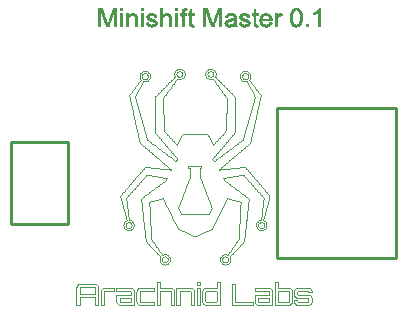
<source format=gto>
G04 DipTrace 2.3.1.0*
%INminishiftmaster_TopSilk.gto*%
%MOIN*%
%ADD10C,0.0098*%
%ADD12C,0.003*%
%ADD34C,0.004*%
%FSLAX44Y44*%
G04*
G70*
G90*
G75*
G01*
%LNTopSilk*%
%LPD*%
X5549Y11614D2*
D10*
X3640D1*
Y8858D1*
X5549D1*
Y11614D1*
X16463Y12736D2*
X12486D1*
Y7736D1*
X16463D1*
Y12736D1*
X9249Y14046D2*
D34*
X9216Y14043D1*
X9184Y14033D1*
X9154Y14017D1*
X9127Y13996D1*
X9106Y13969D1*
X9090Y13939D1*
X9080Y13907D1*
X9076Y13873D1*
X9079Y13843D1*
X9087Y13814D1*
X9100Y13787D1*
X9075Y13763D1*
X9052Y13739D1*
X9028Y13714D1*
X9003Y13690D1*
X8980Y13665D1*
X8955Y13641D1*
X8931Y13617D1*
X8908Y13592D1*
X8883Y13568D1*
X8859Y13543D1*
X8835Y13519D1*
X8811Y13495D1*
X8787Y13471D1*
X8763Y13447D1*
X8739Y13422D1*
X8715Y13398D1*
X8691Y13373D1*
X8667Y13349D1*
X8643Y13325D1*
X8618Y13300D1*
X8595Y13276D1*
X8571Y13251D1*
X8546Y13227D1*
X8523Y13203D1*
X8498Y13178D1*
X8474Y13154D1*
X8451Y13129D1*
X8426Y13105D1*
Y13070D1*
Y13037D1*
Y13002D1*
Y12967D1*
Y12933D1*
Y12898D1*
Y12864D1*
Y12830D1*
Y12795D1*
Y12760D1*
Y12726D1*
Y12691D1*
Y12657D1*
Y12623D1*
Y12588D1*
Y12553D1*
Y12519D1*
Y12485D1*
Y12450D1*
Y12416D1*
Y12381D1*
Y12346D1*
Y12312D1*
Y12278D1*
Y12243D1*
Y12209D1*
Y12174D1*
Y12139D1*
Y12105D1*
Y12071D1*
Y12036D1*
Y12002D1*
Y11967D1*
Y11932D1*
X8448Y11906D1*
X8471Y11880D1*
X8493Y11854D1*
X8516Y11828D1*
X8538Y11802D1*
X8560Y11777D1*
X8582Y11750D1*
X8604Y11724D1*
X8627Y11698D1*
X8649Y11672D1*
X8671Y11646D1*
X8694Y11620D1*
X8716Y11593D1*
X8738Y11567D1*
X8760Y11541D1*
X8782Y11515D1*
X8805Y11489D1*
X8827Y11463D1*
X8850Y11437D1*
X8872Y11411D1*
X8894Y11385D1*
X8916Y11359D1*
X8938Y11333D1*
X8961Y11307D1*
X8983Y11281D1*
X9006Y11255D1*
X9028Y11228D1*
X9050Y11202D1*
X9072Y11176D1*
X9094Y11150D1*
X9117Y11124D1*
X9139Y11098D1*
X9161Y11071D1*
X9184Y11045D1*
X9166Y11019D1*
X9149Y10992D1*
X9132Y10965D1*
X9104Y10986D1*
X9075Y11008D1*
X9047Y11028D1*
X9019Y11049D1*
X8991Y11071D1*
X8963Y11092D1*
X8935Y11112D1*
X8907Y11134D1*
X8879Y11155D1*
X8850Y11176D1*
X8822Y11197D1*
X8795Y11218D1*
X8767Y11239D1*
X8738Y11260D1*
X8710Y11281D1*
X8682Y11302D1*
X8654Y11323D1*
X8625Y11344D1*
X8598Y11366D1*
X8570Y11386D1*
X8542Y11407D1*
X8513Y11429D1*
X8485Y11450D1*
X8457Y11471D1*
X8430Y11492D1*
X8401Y11513D1*
X8373Y11534D1*
X8345Y11555D1*
X8317Y11576D1*
X8288Y11597D1*
X8260Y11618D1*
X8233Y11640D1*
X8205Y11660D1*
X8176Y11681D1*
X8167Y11715D1*
X8157Y11748D1*
X8147Y11781D1*
X8138Y11814D1*
X8128Y11848D1*
X8119Y11881D1*
X8110Y11914D1*
X8100Y11948D1*
X8091Y11981D1*
X8081Y12014D1*
X8071Y12048D1*
X8062Y12081D1*
X8052Y12114D1*
X8043Y12148D1*
X8034Y12181D1*
X8023Y12214D1*
X8014Y12248D1*
X8005Y12281D1*
X7995Y12314D1*
X7986Y12348D1*
X7976Y12381D1*
X7966Y12414D1*
X7957Y12448D1*
X7947Y12481D1*
X7938Y12514D1*
X7929Y12548D1*
X7919Y12581D1*
X7909Y12614D1*
X7900Y12648D1*
X7890Y12681D1*
X7881Y12714D1*
X7871Y12748D1*
X7862Y12781D1*
X7852Y12814D1*
X7842Y12848D1*
X7833Y12881D1*
X7824Y12914D1*
X7814Y12948D1*
X7805Y12981D1*
X7795Y13014D1*
X7785Y13048D1*
X7776Y13081D1*
X7766Y13114D1*
X7783Y13144D1*
X7798Y13175D1*
X7815Y13206D1*
X7831Y13236D1*
X7847Y13267D1*
X7864Y13298D1*
X7879Y13328D1*
X7896Y13359D1*
X7911Y13390D1*
X7928Y13421D1*
X7943Y13451D1*
X7960Y13482D1*
X7976Y13513D1*
X7992Y13543D1*
X8009Y13574D1*
X8024Y13605D1*
X8041Y13635D1*
X8067Y13628D1*
X8093Y13626D1*
X8127Y13630D1*
X8160Y13639D1*
X8190Y13656D1*
X8216Y13677D1*
X8237Y13703D1*
X8252Y13733D1*
X8263Y13766D1*
X8266Y13799D1*
X8263Y13833D1*
X8252Y13865D1*
X8237Y13895D1*
X8216Y13922D1*
X8190Y13943D1*
X8160Y13959D1*
X8127Y13969D1*
X8093Y13972D1*
X8060Y13969D1*
X8027Y13959D1*
X7998Y13943D1*
X7971Y13922D1*
X7950Y13895D1*
X7934Y13865D1*
X7924Y13833D1*
X7921Y13799D1*
X7923Y13768D1*
X7933Y13737D1*
X7947Y13709D1*
X7965Y13683D1*
X7945Y13657D1*
X7925Y13629D1*
X7904Y13602D1*
X7883Y13574D1*
X7862Y13546D1*
X7842Y13520D1*
X7821Y13492D1*
X7800Y13465D1*
X7780Y13437D1*
X7759Y13410D1*
X7738Y13383D1*
X7717Y13355D1*
X7697Y13328D1*
X7676Y13300D1*
X7655Y13273D1*
X7635Y13246D1*
X7613Y13218D1*
X7593Y13191D1*
X7573Y13163D1*
X7580Y13130D1*
X7588Y13096D1*
X7595Y13062D1*
X7603Y13029D1*
X7610Y12995D1*
X7617Y12961D1*
X7625Y12928D1*
X7633Y12894D1*
X7640Y12860D1*
X7648Y12826D1*
X7656Y12793D1*
X7663Y12759D1*
X7671Y12725D1*
X7678Y12692D1*
X7686Y12658D1*
X7693Y12624D1*
X7700Y12590D1*
X7708Y12556D1*
X7716Y12523D1*
X7723Y12490D1*
X7731Y12456D1*
X7738Y12422D1*
X7746Y12388D1*
X7754Y12354D1*
X7761Y12320D1*
X7769Y12287D1*
X7777Y12253D1*
X7784Y12220D1*
X7791Y12186D1*
X7798Y12152D1*
X7806Y12118D1*
X7814Y12085D1*
X7821Y12051D1*
X7829Y12017D1*
X7837Y11983D1*
X7844Y11950D1*
X7852Y11916D1*
X7860Y11883D1*
X7867Y11849D1*
X7875Y11815D1*
X7882Y11781D1*
X7889Y11747D1*
X7897Y11714D1*
X7904Y11681D1*
X7912Y11647D1*
X7920Y11613D1*
X7927Y11579D1*
X7954Y11556D1*
X7980Y11534D1*
X8007Y11511D1*
X8034Y11488D1*
X8060Y11466D1*
X8086Y11444D1*
X8113Y11421D1*
X8139Y11398D1*
X8166Y11376D1*
X8192Y11353D1*
X8219Y11330D1*
X8245Y11307D1*
X8272Y11285D1*
X8299Y11263D1*
X8324Y11240D1*
X8351Y11217D1*
X8378Y11195D1*
X8404Y11172D1*
X8431Y11149D1*
X8457Y11127D1*
X8484Y11104D1*
X8510Y11082D1*
X8537Y11059D1*
X8564Y11037D1*
X8589Y11014D1*
X8616Y10991D1*
X8643Y10969D1*
X8669Y10946D1*
X8696Y10923D1*
X8723Y10901D1*
X8749Y10879D1*
X8775Y10856D1*
X8802Y10833D1*
X8828Y10810D1*
X8855Y10788D1*
X8881Y10765D1*
X8908Y10742D1*
X8934Y10720D1*
X8961Y10698D1*
X8953Y10687D1*
X8919Y10690D1*
X8885Y10694D1*
X8850Y10697D1*
X8817Y10701D1*
X8782Y10705D1*
X8749Y10708D1*
X8714Y10712D1*
X8680Y10715D1*
X8646Y10719D1*
X8612Y10722D1*
X8578Y10726D1*
X8544Y10729D1*
X8509Y10733D1*
X8476Y10736D1*
X8441Y10740D1*
X8408Y10743D1*
X8373Y10747D1*
X8339Y10751D1*
X8305Y10754D1*
X8271Y10758D1*
X8237Y10761D1*
X8203Y10765D1*
X8168Y10768D1*
X8134Y10772D1*
X8100Y10775D1*
X8078Y10749D1*
X8055Y10723D1*
X8032Y10696D1*
X8009Y10670D1*
X7987Y10643D1*
X7964Y10616D1*
X7941Y10591D1*
X7918Y10564D1*
X7896Y10537D1*
X7873Y10510D1*
X7850Y10484D1*
X7827Y10458D1*
X7805Y10431D1*
X7782Y10405D1*
X7759Y10378D1*
X7737Y10351D1*
X7714Y10325D1*
X7691Y10299D1*
X7668Y10272D1*
X7646Y10246D1*
X7623Y10219D1*
X7600Y10192D1*
X7577Y10166D1*
X7555Y10140D1*
X7532Y10113D1*
X7509Y10087D1*
X7487Y10060D1*
X7464Y10033D1*
X7441Y10007D1*
X7418Y9981D1*
X7396Y9954D1*
X7372Y9927D1*
X7349Y9901D1*
X7327Y9874D1*
X7304Y9848D1*
X7281Y9822D1*
X7283Y9789D1*
X7285Y9756D1*
X7294Y9723D1*
X7303Y9690D1*
X7312Y9658D1*
X7321Y9625D1*
X7330Y9592D1*
X7339Y9559D1*
X7348Y9526D1*
X7357Y9493D1*
X7366Y9460D1*
X7375Y9427D1*
X7384Y9394D1*
X7393Y9361D1*
X7402Y9328D1*
X7411Y9295D1*
X7420Y9262D1*
X7429Y9229D1*
X7438Y9196D1*
X7447Y9163D1*
X7456Y9130D1*
X7465Y9097D1*
X7474Y9065D1*
X7483Y9031D1*
X7492Y8998D1*
X7461Y8983D1*
X7435Y8961D1*
X7412Y8935D1*
X7396Y8905D1*
X7385Y8872D1*
X7381Y8837D1*
X7385Y8803D1*
X7395Y8771D1*
X7411Y8741D1*
X7432Y8715D1*
X7459Y8694D1*
X7489Y8677D1*
X7521Y8668D1*
X7555Y8665D1*
X7588Y8668D1*
X7621Y8677D1*
X7651Y8694D1*
X7677Y8715D1*
X7699Y8741D1*
X7715Y8771D1*
X7725Y8804D1*
X7728Y8837D1*
X7725Y8870D1*
X7715Y8902D1*
X7700Y8931D1*
X7680Y8956D1*
X7655Y8977D1*
X7627Y8994D1*
X7596Y9005D1*
X7563Y9009D1*
X7559Y9043D1*
X7555Y9076D1*
X7552Y9110D1*
X7548Y9143D1*
X7544Y9177D1*
X7540Y9211D1*
X7536Y9244D1*
X7531Y9278D1*
X7527Y9312D1*
X7523Y9345D1*
X7519Y9379D1*
X7516Y9412D1*
X7512Y9445D1*
X7508Y9479D1*
X7504Y9512D1*
X7500Y9546D1*
X7495Y9580D1*
X7491Y9613D1*
X7487Y9647D1*
X7483Y9681D1*
X7479Y9714D1*
X7476Y9748D1*
X7498Y9774D1*
X7522Y9799D1*
X7545Y9825D1*
X7568Y9851D1*
X7591Y9877D1*
X7614Y9903D1*
X7637Y9928D1*
X7661Y9954D1*
X7683Y9980D1*
X7707Y10006D1*
X7730Y10031D1*
X7753Y10057D1*
X7776Y10083D1*
X7799Y10109D1*
X7822Y10134D1*
X7845Y10160D1*
X7868Y10186D1*
X7891Y10212D1*
X7914Y10238D1*
X7937Y10263D1*
X7961Y10289D1*
X7983Y10315D1*
X8007Y10341D1*
X8030Y10366D1*
X8053Y10392D1*
X8076Y10418D1*
X8099Y10444D1*
X8122Y10469D1*
X8146Y10495D1*
X8168Y10521D1*
X8203Y10515D1*
X8237Y10509D1*
X8271Y10502D1*
X8306Y10496D1*
X8340Y10490D1*
X8374Y10484D1*
X8408Y10478D1*
X8443Y10472D1*
X8477Y10465D1*
X8511Y10459D1*
X8546Y10453D1*
X8580Y10446D1*
X8614Y10440D1*
X8648Y10434D1*
X8683Y10428D1*
X8717Y10422D1*
X8751Y10416D1*
X8785Y10409D1*
X8820Y10403D1*
X8814Y10373D1*
X8807Y10342D1*
X8780Y10321D1*
X8752Y10300D1*
X8724Y10280D1*
X8696Y10259D1*
X8668Y10238D1*
X8640Y10217D1*
X8612Y10197D1*
X8584Y10177D1*
X8556Y10156D1*
X8528Y10135D1*
X8501Y10114D1*
X8473Y10094D1*
X8444Y10073D1*
X8417Y10052D1*
X8389Y10032D1*
X8361Y10011D1*
X8333Y9991D1*
X8305Y9970D1*
X8277Y9949D1*
X8249Y9929D1*
X8222Y9908D1*
X8194Y9888D1*
X8165Y9866D1*
X8138Y9846D1*
X8110Y9826D1*
X8082Y9805D1*
X8054Y9784D1*
X8026Y9763D1*
X7998Y9743D1*
X7970Y9722D1*
X7974Y9687D1*
X7978Y9652D1*
X7982Y9618D1*
X7986Y9582D1*
X7990Y9548D1*
X7993Y9513D1*
X7997Y9478D1*
X8001Y9443D1*
X8005Y9408D1*
X8009Y9373D1*
X8012Y9338D1*
X8016Y9304D1*
X8020Y9268D1*
X8024Y9234D1*
X8028Y9199D1*
X8032Y9164D1*
X8035Y9129D1*
X8039Y9094D1*
X8043Y9059D1*
X8047Y9024D1*
X8051Y8990D1*
X8055Y8954D1*
X8059Y8920D1*
X8063Y8885D1*
X8067Y8850D1*
X8070Y8815D1*
X8074Y8780D1*
X8078Y8746D1*
X8081Y8710D1*
X8085Y8676D1*
X8089Y8641D1*
X8093Y8606D1*
X8097Y8571D1*
X8101Y8536D1*
X8105Y8501D1*
X8109Y8466D1*
X8112Y8432D1*
X8116Y8396D1*
X8120Y8362D1*
X8124Y8327D1*
X8128Y8292D1*
X8152Y8266D1*
X8176Y8241D1*
X8201Y8216D1*
X8224Y8191D1*
X8248Y8165D1*
X8273Y8140D1*
X8297Y8115D1*
X8321Y8089D1*
X8346Y8063D1*
X8370Y8038D1*
X8394Y8013D1*
X8418Y7988D1*
X8442Y7963D1*
X8466Y7937D1*
X8491Y7912D1*
X8515Y7886D1*
X8539Y7861D1*
X8563Y7836D1*
X8587Y7810D1*
X8611Y7785D1*
X8597Y7757D1*
X8588Y7727D1*
X8585Y7694D1*
X8589Y7661D1*
X8598Y7628D1*
X8614Y7598D1*
X8636Y7572D1*
X8662Y7551D1*
X8692Y7535D1*
X8724Y7525D1*
X8758Y7522D1*
X8792Y7525D1*
X8825Y7535D1*
X8854Y7551D1*
X8880Y7572D1*
X8902Y7598D1*
X8918Y7628D1*
X8928Y7661D1*
X8931Y7694D1*
X8928Y7728D1*
X8918Y7760D1*
X8902Y7790D1*
X8880Y7816D1*
X8854Y7838D1*
X8824Y7853D1*
X8792Y7864D1*
X8758Y7867D1*
X8729Y7864D1*
X8701Y7856D1*
X8674Y7845D1*
X8655Y7872D1*
X8636Y7900D1*
X8617Y7928D1*
X8598Y7956D1*
X8578Y7983D1*
X8560Y8012D1*
X8540Y8039D1*
X8521Y8067D1*
X8502Y8095D1*
X8483Y8122D1*
X8464Y8150D1*
X8444Y8178D1*
X8426Y8206D1*
X8407Y8233D1*
X8387Y8261D1*
X8368Y8289D1*
X8349Y8317D1*
X8330Y8344D1*
X8310Y8373D1*
X8309Y8407D1*
X8307Y8441D1*
X8305Y8476D1*
X8303Y8510D1*
X8301Y8544D1*
X8299Y8579D1*
X8297Y8614D1*
X8295Y8647D1*
X8294Y8682D1*
X8292Y8717D1*
X8290Y8750D1*
X8288Y8785D1*
X8286Y8820D1*
X8284Y8854D1*
X8282Y8888D1*
X8281Y8923D1*
X8278Y8957D1*
X8277Y8991D1*
X8274Y9026D1*
X8273Y9061D1*
X8271Y9095D1*
X8269Y9129D1*
X8267Y9164D1*
X8265Y9198D1*
X8263Y9232D1*
X8261Y9267D1*
X8259Y9301D1*
X8258Y9336D1*
X8255Y9370D1*
X8254Y9404D1*
X8252Y9439D1*
X8250Y9473D1*
X8248Y9508D1*
X8246Y9542D1*
X8245Y9577D1*
X8242Y9611D1*
X8274Y9620D1*
X8306Y9629D1*
X8339Y9637D1*
X8371Y9646D1*
X8403Y9655D1*
X8434Y9664D1*
X8466Y9673D1*
X8498Y9682D1*
X8531Y9690D1*
X8563Y9699D1*
X8595Y9708D1*
X8627Y9717D1*
X8659Y9726D1*
X8691Y9734D1*
X8706Y9704D1*
X8722Y9672D1*
X8738Y9641D1*
X8753Y9611D1*
X8768Y9579D1*
X8784Y9549D1*
X8799Y9517D1*
X8815Y9486D1*
X8831Y9455D1*
X8846Y9424D1*
X8861Y9393D1*
X8877Y9362D1*
X8893Y9331D1*
X8908Y9300D1*
X8924Y9269D1*
X8939Y9238D1*
X8955Y9207D1*
X8970Y9176D1*
X8986Y9145D1*
X9002Y9114D1*
X9017Y9083D1*
X9032Y9052D1*
X9048Y9021D1*
X9064Y8990D1*
X9079Y8959D1*
X9094Y8928D1*
X9110Y8897D1*
X9126Y8866D1*
X9141Y8835D1*
X9157Y8804D1*
X9172Y8773D1*
X9188Y8742D1*
X9203Y8710D1*
X9235Y8697D1*
X9266Y8683D1*
X9297Y8669D1*
X9329Y8655D1*
X9360Y8642D1*
X9391Y8628D1*
X9422Y8614D1*
X9453Y8600D1*
X9485Y8586D1*
X9516Y8573D1*
X9547Y8558D1*
X9579Y8544D1*
X9610Y8531D1*
X9641Y8517D1*
X9673Y8503D1*
X9704Y8489D1*
X9735Y8476D1*
X9766Y8462D1*
X9797Y8476D1*
X9829Y8489D1*
X9860Y8503D1*
X9891Y8517D1*
X9923Y8531D1*
X9953Y8544D1*
X9985Y8558D1*
X10016Y8573D1*
X10047Y8586D1*
X10079Y8600D1*
X10109Y8614D1*
X10141Y8628D1*
X10172Y8642D1*
X10203Y8655D1*
X10235Y8669D1*
X10266Y8683D1*
X10297Y8697D1*
X10328Y8710D1*
X10344Y8742D1*
X10359Y8773D1*
X10375Y8804D1*
X10391Y8835D1*
X10406Y8865D1*
X10421Y8897D1*
X10437Y8928D1*
X10453Y8959D1*
X10468Y8990D1*
X10483Y9021D1*
X10499Y9052D1*
X10515Y9083D1*
X10530Y9114D1*
X10546Y9145D1*
X10561Y9176D1*
X10577Y9207D1*
X10592Y9238D1*
X10608Y9269D1*
X10624Y9300D1*
X10638Y9331D1*
X10654Y9362D1*
X10670Y9393D1*
X10685Y9424D1*
X10701Y9455D1*
X10717Y9486D1*
X10732Y9517D1*
X10747Y9549D1*
X10763Y9579D1*
X10779Y9610D1*
X10794Y9641D1*
X10809Y9672D1*
X10825Y9704D1*
X10841Y9734D1*
X10724Y10343D2*
X10718Y10373D1*
X10712Y10403D1*
X10746Y10409D1*
X10780Y10416D1*
X10815Y10422D1*
X10849Y10428D1*
X10883Y10434D1*
X10918Y10440D1*
X10952Y10446D1*
X10987Y10453D1*
X11021Y10459D1*
X11055Y10465D1*
X11089Y10472D1*
X11124Y10478D1*
X11158Y10484D1*
X11193Y10490D1*
X11227Y10496D1*
X11261Y10502D1*
X11295Y10509D1*
X11330Y10515D1*
X11364Y10521D1*
X11387Y10495D1*
X11411Y10469D1*
X11433Y10444D1*
X11457Y10418D1*
X11480Y10392D1*
X11503Y10366D1*
X11526Y10340D1*
X11549Y10315D1*
X11572Y10289D1*
X11595Y10263D1*
X11618Y10237D1*
X11641Y10212D1*
X11665Y10186D1*
X11687Y10160D1*
X11711Y10134D1*
X11734Y10109D1*
X11757Y10083D1*
X11780Y10057D1*
X11803Y10031D1*
X11826Y10006D1*
X11850Y9980D1*
X11872Y9954D1*
X11896Y9928D1*
X11919Y9903D1*
X11942Y9877D1*
X11965Y9851D1*
X11988Y9825D1*
X12011Y9799D1*
X12034Y9774D1*
X12057Y9748D1*
X12053Y9714D1*
X12049Y9681D1*
X12046Y9647D1*
X12041Y9613D1*
X12037Y9580D1*
X12033Y9546D1*
X12029Y9512D1*
X12025Y9479D1*
X12021Y9445D1*
X12017Y9412D1*
X12013Y9379D1*
X12009Y9345D1*
X12005Y9312D1*
X12001Y9278D1*
X11997Y9244D1*
X11993Y9211D1*
X11989Y9177D1*
X11985Y9143D1*
X11981Y9110D1*
X11977Y9076D1*
X11973Y9043D1*
X11969Y9009D1*
X11937Y9005D1*
X11906Y8994D1*
X11877Y8978D1*
X11853Y8956D1*
X11832Y8931D1*
X11817Y8902D1*
X11808Y8870D1*
X11805Y8837D1*
X11808Y8804D1*
X11818Y8771D1*
X11834Y8741D1*
X11856Y8715D1*
X11882Y8694D1*
X11911Y8677D1*
X11944Y8668D1*
X11978Y8665D1*
X12012Y8668D1*
X12044Y8677D1*
X12074Y8694D1*
X12100Y8715D1*
X12121Y8742D1*
X12137Y8772D1*
X12147Y8804D1*
X12150Y8837D1*
X12147Y8872D1*
X12136Y8905D1*
X12120Y8935D1*
X12098Y8961D1*
X12071Y8983D1*
X12041Y8998D1*
X12049Y9031D1*
X12059Y9065D1*
X12067Y9097D1*
X12077Y9130D1*
X12085Y9163D1*
X12095Y9196D1*
X12104Y9229D1*
X12113Y9262D1*
X12122Y9295D1*
X12131Y9328D1*
X12140Y9360D1*
X12149Y9393D1*
X12158Y9427D1*
X12167Y9460D1*
X12176Y9493D1*
X12185Y9526D1*
X12194Y9559D1*
X12203Y9592D1*
X12212Y9625D1*
X12221Y9658D1*
X12230Y9690D1*
X12239Y9723D1*
X12248Y9756D1*
X12249Y9789D1*
X12251Y9822D1*
X12228Y9848D1*
X12205Y9874D1*
X12183Y9901D1*
X12160Y9928D1*
X12137Y9954D1*
X12115Y9981D1*
X12092Y10007D1*
X12069Y10033D1*
X12046Y10060D1*
X12024Y10087D1*
X12001Y10113D1*
X11978Y10140D1*
X11955Y10166D1*
X11933Y10192D1*
X11910Y10219D1*
X11887Y10246D1*
X11864Y10272D1*
X11842Y10299D1*
X11819Y10325D1*
X11796Y10351D1*
X11774Y10378D1*
X11751Y10405D1*
X11728Y10431D1*
X11705Y10458D1*
X11683Y10484D1*
X11660Y10510D1*
X11637Y10537D1*
X11614Y10564D1*
X11592Y10591D1*
X11569Y10616D1*
X11546Y10643D1*
X11523Y10670D1*
X11501Y10696D1*
X11478Y10723D1*
X11455Y10749D1*
X11433Y10775D1*
X11398Y10772D1*
X11364Y10768D1*
X11330Y10765D1*
X11296Y10761D1*
X11262Y10758D1*
X11227Y10754D1*
X11193Y10751D1*
X11159Y10747D1*
X11125Y10743D1*
X11091Y10740D1*
X11056Y10736D1*
X11023Y10733D1*
X10988Y10729D1*
X10954Y10726D1*
X10920Y10722D1*
X10886Y10719D1*
X10852Y10715D1*
X10817Y10712D1*
X10783Y10708D1*
X10749Y10705D1*
X10715Y10701D1*
X10681Y10698D1*
X10647Y10694D1*
X10613Y10690D1*
X10578Y10687D1*
X10572Y10698D1*
X10598Y10720D1*
X10625Y10742D1*
X10651Y10765D1*
X10678Y10788D1*
X10704Y10811D1*
X10731Y10833D1*
X10758Y10856D1*
X10783Y10879D1*
X10810Y10901D1*
X10837Y10923D1*
X10863Y10946D1*
X10890Y10969D1*
X10916Y10991D1*
X10943Y11014D1*
X10969Y11037D1*
X10996Y11059D1*
X11023Y11082D1*
X11048Y11104D1*
X11075Y11127D1*
X11102Y11149D1*
X11128Y11172D1*
X11155Y11195D1*
X11182Y11217D1*
X11208Y11240D1*
X11234Y11263D1*
X11261Y11285D1*
X11288Y11307D1*
X11314Y11330D1*
X11340Y11353D1*
X11367Y11376D1*
X11393Y11398D1*
X11420Y11421D1*
X11447Y11444D1*
X11473Y11466D1*
X11499Y11488D1*
X11526Y11511D1*
X11552Y11534D1*
X11579Y11556D1*
X11606Y11579D1*
X11613Y11613D1*
X11621Y11647D1*
X11628Y11681D1*
X11636Y11714D1*
X11643Y11747D1*
X11650Y11781D1*
X11658Y11815D1*
X11666Y11849D1*
X11673Y11883D1*
X11681Y11916D1*
X11689Y11950D1*
X11696Y11983D1*
X11704Y12017D1*
X11711Y12051D1*
X11719Y12085D1*
X11726Y12119D1*
X11734Y12152D1*
X11741Y12186D1*
X11749Y12220D1*
X11756Y12253D1*
X11764Y12287D1*
X11771Y12321D1*
X11779Y12354D1*
X11787Y12388D1*
X11794Y12422D1*
X11802Y12456D1*
X11810Y12490D1*
X11817Y12523D1*
X11824Y12556D1*
X11832Y12590D1*
X11839Y12624D1*
X11847Y12658D1*
X11854Y12692D1*
X11862Y12725D1*
X11870Y12759D1*
X11877Y12793D1*
X11885Y12826D1*
X11893Y12860D1*
X11900Y12894D1*
X11908Y12928D1*
X11915Y12961D1*
X11922Y12995D1*
X11930Y13029D1*
X11937Y13062D1*
X11945Y13096D1*
X11953Y13130D1*
X11960Y13163D1*
X11940Y13191D1*
X11919Y13218D1*
X11898Y13246D1*
X11878Y13273D1*
X11857Y13300D1*
X11836Y13328D1*
X11815Y13355D1*
X11795Y13383D1*
X11774Y13410D1*
X11753Y13437D1*
X11733Y13465D1*
X11712Y13492D1*
X11691Y13520D1*
X11670Y13546D1*
X11650Y13574D1*
X11629Y13602D1*
X11608Y13629D1*
X11588Y13657D1*
X11567Y13683D1*
X11586Y13709D1*
X11600Y13737D1*
X11609Y13768D1*
X11612Y13799D1*
X11609Y13833D1*
X11599Y13865D1*
X11583Y13895D1*
X11561Y13922D1*
X11535Y13943D1*
X11505Y13960D1*
X11473Y13969D1*
X11439Y13972D1*
X11405Y13969D1*
X11373Y13959D1*
X11343Y13943D1*
X11317Y13922D1*
X11296Y13895D1*
X11280Y13865D1*
X11270Y13833D1*
X11267Y13799D1*
X11270Y13766D1*
X11280Y13733D1*
X11296Y13703D1*
X11317Y13677D1*
X11343Y13656D1*
X11373Y13639D1*
X11405Y13630D1*
X11439Y13627D1*
X11465Y13629D1*
X11492Y13635D1*
X11508Y13605D1*
X11524Y13574D1*
X11541Y13543D1*
X11556Y13513D1*
X11573Y13482D1*
X11589Y13451D1*
X11605Y13421D1*
X11621Y13390D1*
X11637Y13359D1*
X11654Y13328D1*
X11669Y13298D1*
X11686Y13267D1*
X11701Y13236D1*
X11718Y13206D1*
X11734Y13175D1*
X11750Y13144D1*
X11766Y13114D1*
X11757Y13081D1*
X11748Y13048D1*
X11737Y13014D1*
X11728Y12981D1*
X11719Y12948D1*
X11709Y12915D1*
X11700Y12881D1*
X11690Y12848D1*
X11680Y12815D1*
X11671Y12781D1*
X11661Y12748D1*
X11652Y12715D1*
X11643Y12681D1*
X11633Y12648D1*
X11623Y12615D1*
X11614Y12581D1*
X11604Y12548D1*
X11595Y12515D1*
X11585Y12481D1*
X11576Y12448D1*
X11566Y12415D1*
X11556Y12381D1*
X11547Y12348D1*
X11538Y12315D1*
X11528Y12281D1*
X11519Y12248D1*
X11509Y12215D1*
X11499Y12181D1*
X11490Y12148D1*
X11480Y12115D1*
X11471Y12081D1*
X11462Y12048D1*
X11451Y12015D1*
X11442Y11981D1*
X11433Y11948D1*
X11423Y11915D1*
X11414Y11881D1*
X11404Y11848D1*
X11395Y11815D1*
X11385Y11781D1*
X11375Y11748D1*
X11366Y11715D1*
X11356Y11681D1*
X11328Y11661D1*
X11300Y11640D1*
X11272Y11618D1*
X11244Y11597D1*
X11215Y11576D1*
X11188Y11555D1*
X11160Y11534D1*
X11132Y11513D1*
X11103Y11492D1*
X11075Y11471D1*
X11047Y11450D1*
X11019Y11429D1*
X10990Y11407D1*
X10962Y11386D1*
X10935Y11366D1*
X10907Y11344D1*
X10878Y11323D1*
X10850Y11302D1*
X10822Y11281D1*
X10794Y11260D1*
X10765Y11239D1*
X10737Y11218D1*
X10710Y11197D1*
X10682Y11176D1*
X10653Y11155D1*
X10625Y11134D1*
X10597Y11113D1*
X10569Y11092D1*
X10540Y11071D1*
X10512Y11049D1*
X10484Y11028D1*
X10456Y11008D1*
X10428Y10986D1*
X10400Y10965D1*
X10383Y10992D1*
X10366Y11019D1*
X10349Y11045D1*
X10371Y11071D1*
X10394Y11098D1*
X10416Y11124D1*
X10439Y11150D1*
X10461Y11176D1*
X10482Y11202D1*
X10505Y11228D1*
X10527Y11255D1*
X10550Y11281D1*
X10572Y11307D1*
X10594Y11333D1*
X10617Y11359D1*
X10638Y11385D1*
X10661Y11411D1*
X10683Y11437D1*
X10706Y11463D1*
X10728Y11489D1*
X10750Y11515D1*
X10773Y11541D1*
X10794Y11567D1*
X10817Y11593D1*
X10839Y11620D1*
X10861Y11646D1*
X10884Y11672D1*
X10906Y11698D1*
X10928Y11724D1*
X10950Y11750D1*
X10972Y11777D1*
X10995Y11802D1*
X11017Y11828D1*
X11040Y11854D1*
X11062Y11880D1*
X11084Y11906D1*
X11106Y11932D1*
Y11967D1*
Y12002D1*
Y12036D1*
Y12071D1*
Y12105D1*
Y12139D1*
Y12174D1*
Y12209D1*
Y12243D1*
Y12278D1*
Y12312D1*
Y12346D1*
Y12381D1*
Y12416D1*
Y12450D1*
Y12485D1*
Y12519D1*
Y12553D1*
Y12588D1*
Y12623D1*
Y12657D1*
Y12691D1*
Y12726D1*
Y12760D1*
Y12795D1*
Y12830D1*
Y12864D1*
Y12898D1*
Y12933D1*
Y12967D1*
Y13002D1*
Y13037D1*
Y13070D1*
Y13105D1*
X11082Y13129D1*
X11058Y13154D1*
X11034Y13178D1*
X11010Y13203D1*
X10986Y13227D1*
X10962Y13251D1*
X10938Y13276D1*
X10914Y13300D1*
X10890Y13325D1*
X10866Y13349D1*
X10841Y13373D1*
X10818Y13398D1*
X10794Y13422D1*
X10769Y13447D1*
X10746Y13471D1*
X10722Y13495D1*
X10697Y13519D1*
X10674Y13543D1*
X10649Y13568D1*
X10625Y13592D1*
X10602Y13617D1*
X10577Y13641D1*
X10553Y13665D1*
X10530Y13690D1*
X10505Y13714D1*
X10481Y13739D1*
X10457Y13763D1*
X10433Y13787D1*
X10446Y13814D1*
X10453Y13843D1*
X10456Y13873D1*
X10453Y13907D1*
X10443Y13939D1*
X10427Y13969D1*
X10406Y13996D1*
X10379Y14017D1*
X10349Y14033D1*
X10317Y14043D1*
X10283Y14046D1*
X10250Y14043D1*
X10217Y14033D1*
X10187Y14017D1*
X10161Y13995D1*
X10140Y13969D1*
X10124Y13939D1*
X10115Y13907D1*
X10111Y13873D1*
X10115Y13839D1*
X10124Y13807D1*
X10140Y13777D1*
X10161Y13751D1*
X10188Y13729D1*
X10218Y13713D1*
X10250Y13704D1*
X10283Y13700D1*
X10310Y13702D1*
X10336Y13709D1*
X10360Y13719D1*
X10381Y13691D1*
X10400Y13663D1*
X10421Y13635D1*
X10441Y13607D1*
X10461Y13579D1*
X10481Y13551D1*
X10501Y13523D1*
X10521Y13495D1*
X10540Y13467D1*
X10561Y13439D1*
X10581Y13411D1*
X10601Y13384D1*
X10621Y13355D1*
X10641Y13328D1*
X10661Y13299D1*
X10682Y13272D1*
X10701Y13243D1*
X10722Y13216D1*
X10741Y13188D1*
X10762Y13160D1*
X10782Y13132D1*
X10802Y13103D1*
X10822Y13076D1*
X10841Y13048D1*
X10840Y13013D1*
X10838Y12977D1*
X10836Y12942D1*
X10834Y12907D1*
X10833Y12872D1*
X10831Y12837D1*
X10829Y12802D1*
X10827Y12767D1*
X10825Y12731D1*
X10823Y12697D1*
X10821Y12661D1*
X10820Y12626D1*
X10818Y12591D1*
X10816Y12556D1*
X10814Y12520D1*
X10812Y12486D1*
X10810Y12450D1*
X10809Y12415D1*
X10807Y12380D1*
X10805Y12345D1*
X10803Y12309D1*
X10802Y12275D1*
X10799Y12239D1*
X10798Y12204D1*
X10795Y12169D1*
X10794Y12134D1*
X10792Y12098D1*
X10790Y12064D1*
X10788Y12028D1*
X10787Y11993D1*
X10784Y11958D1*
X10761Y11932D1*
X10736Y11906D1*
X10713Y11881D1*
X10689Y11855D1*
X10665Y11830D1*
X10641Y11804D1*
X10617Y11778D1*
X10593Y11753D1*
X10569Y11727D1*
X10545Y11702D1*
X10522Y11676D1*
X10497Y11650D1*
X10474Y11625D1*
X10450Y11599D1*
X10426Y11573D1*
X10402Y11547D1*
X10378Y11522D1*
X10362Y11551D1*
X10345Y11581D1*
X10330Y11611D1*
X10313Y11641D1*
X10297Y11671D1*
X10281Y11701D1*
X10265Y11731D1*
X10249Y11762D1*
X10232Y11791D1*
X10216Y11821D1*
X10200Y11851D1*
X10184Y11881D1*
X10183Y11887D1*
X10149D1*
X10113D1*
X10079D1*
X10044D1*
X10010D1*
X9975D1*
X9941D1*
X9906D1*
X9871D1*
X9837D1*
X9802D1*
X9768D1*
X9733D1*
X9698D1*
X9663D1*
X9629D1*
X9594D1*
X9560D1*
X9525D1*
X9490D1*
X9456D1*
X9421D1*
X9387D1*
X9352D1*
X9336Y11857D1*
X9319Y11826D1*
X9303Y11796D1*
X9286Y11765D1*
X9270Y11735D1*
X9253Y11704D1*
X9237Y11673D1*
X9220Y11643D1*
X9204Y11612D1*
X9188Y11582D1*
X9171Y11551D1*
X9155Y11521D1*
X9131Y11547D1*
X9107Y11572D1*
X9083Y11598D1*
X9059Y11624D1*
X9035Y11649D1*
X9011Y11675D1*
X8988Y11701D1*
X8963Y11726D1*
X8940Y11752D1*
X8916Y11778D1*
X8892Y11803D1*
X8868Y11829D1*
X8844Y11855D1*
X8820Y11881D1*
X8796Y11906D1*
X8772Y11932D1*
X8748Y11958D1*
X8746Y11993D1*
X8745Y12028D1*
X8742Y12064D1*
X8741Y12098D1*
X8739Y12134D1*
X8737Y12169D1*
X8735Y12204D1*
X8734Y12239D1*
X8731Y12275D1*
X8730Y12309D1*
X8728Y12345D1*
X8726Y12380D1*
X8724Y12415D1*
X8722Y12450D1*
X8720Y12486D1*
X8719Y12520D1*
X8716Y12556D1*
X8715Y12591D1*
X8713Y12626D1*
X8711Y12661D1*
X8709Y12697D1*
X8708Y12731D1*
X8705Y12767D1*
X8704Y12802D1*
X8702Y12837D1*
X8700Y12872D1*
X8698Y12907D1*
X8696Y12942D1*
X8694Y12977D1*
X8693Y13013D1*
X8691Y13048D1*
X8711Y13076D1*
X8731Y13104D1*
X8751Y13132D1*
X8771Y13160D1*
X8791Y13188D1*
X8811Y13216D1*
X8832Y13243D1*
X8851Y13272D1*
X8872Y13299D1*
X8891Y13328D1*
X8912Y13355D1*
X8932Y13384D1*
X8952Y13411D1*
X8972Y13439D1*
X8992Y13467D1*
X9012Y13495D1*
X9032Y13524D1*
X9052Y13551D1*
X9072Y13580D1*
X9092Y13607D1*
X9112Y13635D1*
X9133Y13663D1*
X9152Y13691D1*
X9173Y13719D1*
X9197Y13709D1*
X9223Y13702D1*
X9249Y13700D1*
X9283Y13704D1*
X9315Y13713D1*
X9345Y13729D1*
X9372Y13751D1*
X9393Y13777D1*
X9409Y13807D1*
X9418Y13839D1*
X9421Y13873D1*
X9418Y13907D1*
X9409Y13939D1*
X9393Y13969D1*
X9372Y13996D1*
X9345Y14017D1*
X9315Y14033D1*
X9283Y14043D1*
X9249Y14046D1*
X10834Y9734D2*
X10867Y9726D1*
X10899Y9717D1*
X10932Y9708D1*
X10965Y9699D1*
X10997Y9690D1*
X11030Y9682D1*
X11063Y9673D1*
X11095Y9664D1*
X11128Y9655D1*
X11160Y9646D1*
X11193Y9637D1*
X11226Y9629D1*
X11258Y9620D1*
X11291Y9611D1*
X11288Y9577D1*
X11287Y9542D1*
X11284Y9508D1*
X11283Y9473D1*
X11280Y9439D1*
X11279Y9404D1*
X11277Y9370D1*
X11275Y9336D1*
X11273Y9301D1*
X11271Y9267D1*
X11269Y9232D1*
X11267Y9198D1*
X11266Y9164D1*
X11264Y9129D1*
X11262Y9095D1*
X11260Y9061D1*
X11258Y9026D1*
X11256Y8991D1*
X11255Y8957D1*
X11252Y8923D1*
X11251Y8888D1*
X11248Y8854D1*
X11247Y8820D1*
X11244Y8785D1*
X11243Y8751D1*
X11241Y8717D1*
X11239Y8682D1*
X11237Y8647D1*
X11235Y8614D1*
X11233Y8579D1*
X11231Y8544D1*
X11230Y8510D1*
X11228Y8476D1*
X11226Y8441D1*
X11224Y8407D1*
X11222Y8373D1*
X11203Y8344D1*
X11184Y8317D1*
X11164Y8289D1*
X11146Y8261D1*
X11126Y8233D1*
X11107Y8206D1*
X11088Y8178D1*
X11069Y8150D1*
X11050Y8122D1*
X11030Y8095D1*
X11012Y8067D1*
X10992Y8039D1*
X10973Y8012D1*
X10954Y7983D1*
X10935Y7956D1*
X10916Y7928D1*
X10896Y7901D1*
X10878Y7872D1*
X10858Y7845D1*
X10832Y7856D1*
X10804Y7864D1*
X10775Y7867D1*
X10741Y7864D1*
X10708Y7854D1*
X10678Y7838D1*
X10653Y7816D1*
X10631Y7790D1*
X10615Y7760D1*
X10605Y7728D1*
X10602Y7694D1*
X10605Y7661D1*
X10615Y7628D1*
X10631Y7598D1*
X10653Y7572D1*
X10678Y7551D1*
X10708Y7535D1*
X10741Y7525D1*
X10775Y7522D1*
X10809Y7525D1*
X10841Y7535D1*
X10870Y7551D1*
X10896Y7572D1*
X10918Y7599D1*
X10933Y7629D1*
X10943Y7661D1*
X10947Y7694D1*
X10943Y7727D1*
X10936Y7757D1*
X10921Y7785D1*
X10945Y7811D1*
X10969Y7836D1*
X10994Y7861D1*
X11018Y7886D1*
X11042Y7912D1*
X11066Y7938D1*
X11091Y7963D1*
X11115Y7988D1*
X11139Y8013D1*
X11163Y8038D1*
X11187Y8064D1*
X11211Y8089D1*
X11236Y8115D1*
X11260Y8140D1*
X11284Y8165D1*
X11308Y8191D1*
X11332Y8216D1*
X11356Y8241D1*
X11381Y8266D1*
X11405Y8292D1*
X11409Y8327D1*
X11413Y8362D1*
X11416Y8396D1*
X11420Y8432D1*
X11424Y8466D1*
X11428Y8501D1*
X11432Y8536D1*
X11436Y8571D1*
X11440Y8606D1*
X11444Y8641D1*
X11447Y8676D1*
X11451Y8710D1*
X11454Y8746D1*
X11458Y8780D1*
X11462Y8815D1*
X11466Y8850D1*
X11470Y8885D1*
X11474Y8920D1*
X11478Y8955D1*
X11482Y8990D1*
X11486Y9024D1*
X11490Y9060D1*
X11494Y9094D1*
X11497Y9129D1*
X11501Y9164D1*
X11505Y9199D1*
X11509Y9234D1*
X11512Y9269D1*
X11516Y9304D1*
X11520Y9338D1*
X11524Y9374D1*
X11528Y9408D1*
X11532Y9443D1*
X11535Y9478D1*
X11539Y9513D1*
X11543Y9548D1*
X11547Y9582D1*
X11551Y9618D1*
X11555Y9652D1*
X11559Y9687D1*
X11563Y9722D1*
X11534Y9743D1*
X11506Y9763D1*
X11479Y9785D1*
X11451Y9805D1*
X11422Y9826D1*
X11395Y9846D1*
X11367Y9867D1*
X11338Y9888D1*
X11311Y9908D1*
X11283Y9929D1*
X11255Y9950D1*
X11227Y9970D1*
X11199Y9991D1*
X11171Y10012D1*
X11143Y10033D1*
X11115Y10053D1*
X11088Y10073D1*
X11059Y10095D1*
X11031Y10115D1*
X11004Y10136D1*
X10976Y10157D1*
X10947Y10177D1*
X10920Y10198D1*
X10892Y10218D1*
X10863Y10240D1*
X10836Y10260D1*
X10808Y10280D1*
X10780Y10302D1*
X10752Y10322D1*
X10724Y10343D1*
X9249Y13972D2*
X9279Y13968D1*
X9307Y13953D1*
X9329Y13931D1*
X9344Y13904D1*
X9349Y13873D1*
X9344Y13842D1*
X9329Y13814D1*
X9307Y13792D1*
X9279Y13778D1*
X9249Y13773D1*
X9217Y13778D1*
X9190Y13792D1*
X9168Y13815D1*
X9154Y13842D1*
X9149Y13873D1*
X9154Y13904D1*
X9168Y13931D1*
X9190Y13953D1*
X9218Y13968D1*
X9249Y13972D1*
X10283D2*
X10314Y13968D1*
X10342Y13953D1*
X10364Y13931D1*
X10378Y13904D1*
X10384Y13873D1*
X10378Y13842D1*
X10364Y13814D1*
X10342Y13792D1*
X10314Y13778D1*
X10283Y13773D1*
X10252Y13778D1*
X10225Y13792D1*
X10203Y13815D1*
X10189Y13842D1*
X10184Y13873D1*
X10189Y13904D1*
X10203Y13931D1*
X10225Y13953D1*
X10253Y13968D1*
X10283Y13972D1*
X8093Y13898D2*
X8125Y13894D1*
X8152Y13879D1*
X8174Y13857D1*
X8188Y13830D1*
X8193Y13799D1*
X8188Y13768D1*
X8174Y13741D1*
X8152Y13719D1*
X8125Y13705D1*
X8093Y13700D1*
X8063Y13705D1*
X8035Y13719D1*
X8012Y13741D1*
X7998Y13768D1*
X7994Y13799D1*
X7998Y13830D1*
X8012Y13858D1*
X8035Y13879D1*
X8063Y13894D1*
X8093Y13898D1*
X11439D2*
X11470Y13894D1*
X11498Y13879D1*
X11520Y13858D1*
X11534Y13830D1*
X11539Y13799D1*
X11534Y13768D1*
X11520Y13741D1*
X11498Y13719D1*
X11470Y13705D1*
X11439Y13700D1*
X11408Y13705D1*
X11381Y13719D1*
X11359Y13741D1*
X11345Y13768D1*
X11340Y13799D1*
X11345Y13830D1*
X11359Y13857D1*
X11381Y13879D1*
X11408Y13894D1*
X11439Y13898D1*
X9549Y10810D2*
X9574D1*
X9599D1*
X9632D1*
X9666D1*
X9699D1*
X9733D1*
X9766D1*
X9800D1*
X9833D1*
X9867D1*
X9900D1*
X9934D1*
X9959D1*
X9983D1*
Y10781D1*
Y10753D1*
Y10724D1*
X9959D1*
X9934D1*
Y10692D1*
Y10661D1*
X9935Y10628D1*
Y10597D1*
Y10565D1*
Y10533D1*
Y10501D1*
Y10469D1*
Y10437D1*
X9948Y10405D1*
X9960Y10372D1*
X9973Y10339D1*
X9985Y10306D1*
X9999Y10273D1*
X10011Y10241D1*
X10024Y10208D1*
X10036Y10175D1*
X10050Y10143D1*
X10062Y10110D1*
X10075Y10077D1*
X10087Y10044D1*
X10100Y10011D1*
X10113Y9978D1*
X10126Y9946D1*
X10138Y9913D1*
X10151Y9881D1*
X10164Y9848D1*
X10177Y9815D1*
X10189Y9782D1*
X10202Y9749D1*
X10215Y9716D1*
X10228Y9684D1*
X10240Y9651D1*
X10253Y9618D1*
X10266Y9586D1*
X10279Y9552D1*
X10291Y9520D1*
X10304Y9487D1*
X10316Y9454D1*
X10330Y9421D1*
X10315Y9390D1*
X10301Y9358D1*
X10286Y9327D1*
X10272Y9295D1*
X10257Y9263D1*
X10243Y9231D1*
X10228Y9200D1*
X10194D1*
X10160D1*
X10126D1*
X10091D1*
X10057D1*
X10023D1*
X9989D1*
X9954D1*
X9920D1*
X9886D1*
X9851D1*
X9818D1*
X9783D1*
X9750D1*
X9715D1*
X9681D1*
X9647D1*
X9612D1*
X9578D1*
X9544D1*
X9510D1*
X9476D1*
X9441D1*
X9407D1*
X9373D1*
X9339D1*
X9304D1*
X9290Y9231D1*
X9275Y9263D1*
X9261Y9295D1*
X9247Y9327D1*
X9232Y9358D1*
X9218Y9390D1*
X9203Y9421D1*
X9216Y9454D1*
X9229Y9487D1*
X9242Y9519D1*
X9254Y9552D1*
X9267Y9586D1*
X9279Y9618D1*
X9293Y9651D1*
X9305Y9684D1*
X9318Y9716D1*
X9330Y9749D1*
X9344Y9781D1*
X9356Y9815D1*
X9369Y9848D1*
X9381Y9880D1*
X9394Y9913D1*
X9407Y9946D1*
X9420Y9978D1*
X9432Y10011D1*
X9445Y10044D1*
X9458Y10077D1*
X9470Y10110D1*
X9483Y10143D1*
X9496Y10175D1*
X9509Y10208D1*
X9521Y10240D1*
X9534Y10273D1*
X9547Y10306D1*
X9560Y10339D1*
X9572Y10372D1*
X9585Y10405D1*
X9597Y10437D1*
Y10469D1*
Y10501D1*
Y10533D1*
Y10565D1*
Y10597D1*
Y10628D1*
Y10661D1*
Y10692D1*
Y10724D1*
X9573D1*
X9549D1*
Y10753D1*
Y10781D1*
Y10810D1*
X7555Y8936D2*
X7585Y8932D1*
X7613Y8917D1*
X7635Y8896D1*
X7650Y8869D1*
X7655Y8837D1*
X7650Y8806D1*
X7635Y8779D1*
X7613Y8757D1*
X7585Y8743D1*
X7555Y8738D1*
X7524Y8743D1*
X7497Y8757D1*
X7475Y8779D1*
X7461Y8806D1*
X7456Y8837D1*
X7461Y8868D1*
X7475Y8896D1*
X7497Y8917D1*
X7524Y8932D1*
X7555Y8936D1*
X11978D2*
X12009Y8932D1*
X12036Y8917D1*
X12058Y8896D1*
X12072Y8868D1*
X12077Y8837D1*
X12072Y8806D1*
X12058Y8779D1*
X12036Y8757D1*
X12009Y8743D1*
X11978Y8738D1*
X11947Y8743D1*
X11919Y8757D1*
X11897Y8779D1*
X11882Y8806D1*
X11878Y8837D1*
X11882Y8869D1*
X11897Y8896D1*
X11919Y8918D1*
X11947Y8932D1*
X11978Y8936D1*
X8758Y7794D2*
X8789Y7789D1*
X8817Y7775D1*
X8839Y7753D1*
X8854Y7726D1*
X8858Y7694D1*
X8854Y7664D1*
X8839Y7636D1*
X8817Y7614D1*
X8789Y7599D1*
X8758Y7594D1*
X8727Y7599D1*
X8700Y7614D1*
X8678Y7636D1*
X8664Y7664D1*
X8659Y7694D1*
X8664Y7725D1*
X8678Y7753D1*
X8700Y7775D1*
X8727Y7789D1*
X8758Y7794D1*
X10775D2*
X10805Y7789D1*
X10833Y7775D1*
X10855Y7753D1*
X10869Y7725D1*
X10874Y7694D1*
X10869Y7664D1*
X10855Y7636D1*
X10833Y7614D1*
X10805Y7599D1*
X10775Y7594D1*
X10744Y7599D1*
X10716Y7614D1*
X10693Y7636D1*
X10679Y7664D1*
X10675Y7694D1*
X10679Y7726D1*
X10693Y7753D1*
X10716Y7775D1*
X10744Y7789D1*
X10775Y7794D1*
X6399Y6887D2*
X6424Y6885D1*
X6449Y6877D1*
X6471Y6866D1*
X6490Y6850D1*
X6506Y6830D1*
X6518Y6808D1*
X6525Y6784D1*
X6528Y6759D1*
Y6725D1*
Y6690D1*
Y6656D1*
Y6622D1*
Y6587D1*
Y6553D1*
Y6519D1*
Y6485D1*
Y6450D1*
Y6416D1*
Y6382D1*
Y6348D1*
Y6313D1*
Y6279D1*
Y6245D1*
Y6211D1*
Y6176D1*
X6501D1*
X6475D1*
X6448D1*
X6421D1*
Y6208D1*
Y6238D1*
Y6270D1*
Y6301D1*
Y6332D1*
Y6363D1*
Y6394D1*
Y6425D1*
X6388D1*
X6355D1*
X6322D1*
X6289D1*
X6255D1*
X6222D1*
X6189D1*
X6155D1*
X6123D1*
X6090D1*
X6056D1*
X6023D1*
X5990D1*
X5956D1*
X5923D1*
Y6394D1*
Y6363D1*
Y6332D1*
Y6301D1*
Y6270D1*
Y6238D1*
Y6208D1*
Y6176D1*
X5897D1*
X5870D1*
X5843D1*
X5817D1*
Y6211D1*
Y6245D1*
Y6279D1*
Y6313D1*
Y6348D1*
Y6382D1*
Y6416D1*
Y6450D1*
Y6485D1*
Y6519D1*
Y6553D1*
Y6587D1*
Y6622D1*
Y6656D1*
Y6690D1*
Y6725D1*
Y6759D1*
X5819Y6784D1*
X5827Y6808D1*
X5839Y6830D1*
X5854Y6850D1*
X5873Y6866D1*
X5895Y6877D1*
X5920Y6885D1*
X5945Y6887D1*
X5980D1*
X6015D1*
X6050D1*
X6085D1*
X6119D1*
X6155D1*
X6190D1*
X6224D1*
X6260D1*
X6294D1*
X6330D1*
X6365D1*
X6399D1*
X6421Y6532D2*
Y6564D1*
Y6596D1*
Y6629D1*
Y6661D1*
Y6694D1*
Y6726D1*
Y6759D1*
X6414Y6774D1*
X6399Y6781D1*
X6365D1*
X6330D1*
X6294D1*
X6260D1*
X6224D1*
X6190D1*
X6155D1*
X6120D1*
X6085D1*
X6050D1*
X6015D1*
X5980D1*
X5945D1*
X5930Y6774D1*
X5923Y6759D1*
Y6726D1*
Y6694D1*
Y6662D1*
Y6629D1*
Y6596D1*
Y6564D1*
Y6532D1*
X5956D1*
X5990D1*
X6023D1*
X6056D1*
X6090D1*
X6123D1*
X6155D1*
X6189D1*
X6222D1*
X6255D1*
X6289D1*
X6322D1*
X6355D1*
X6388D1*
X6421D1*
X7084Y6749D2*
Y6722D1*
Y6696D1*
Y6669D1*
Y6642D1*
X7052D1*
X7021D1*
X6989D1*
X6957D1*
X6924D1*
X6892D1*
X6861D1*
X6829D1*
X6797D1*
X6765D1*
X6749Y6635D1*
X6743Y6621D1*
Y6586D1*
Y6552D1*
Y6518D1*
Y6484D1*
Y6450D1*
Y6415D1*
Y6382D1*
Y6347D1*
Y6313D1*
Y6279D1*
Y6245D1*
Y6210D1*
Y6176D1*
X6716D1*
X6689D1*
X6663D1*
X6636D1*
Y6208D1*
Y6241D1*
Y6272D1*
Y6304D1*
Y6340D1*
Y6375D1*
Y6410D1*
Y6445D1*
Y6480D1*
Y6515D1*
Y6550D1*
Y6585D1*
Y6621D1*
X6638Y6646D1*
X6646Y6670D1*
X6658Y6692D1*
X6674Y6711D1*
X6692Y6727D1*
X6714Y6739D1*
X6739Y6747D1*
X6765Y6749D1*
X6797D1*
X6829D1*
X6860D1*
X6892D1*
X6924D1*
X6957D1*
X6989D1*
X7021D1*
X7052D1*
X7084D1*
X7602D2*
X7627Y6747D1*
X7651Y6739D1*
X7673Y6727D1*
X7693Y6711D1*
X7708Y6692D1*
X7720Y6670D1*
X7727Y6646D1*
X7730Y6621D1*
Y6586D1*
Y6552D1*
Y6518D1*
Y6484D1*
Y6449D1*
Y6415D1*
Y6382D1*
Y6347D1*
Y6313D1*
Y6279D1*
Y6245D1*
Y6210D1*
Y6176D1*
X7695D1*
X7660D1*
X7625D1*
X7590D1*
X7555D1*
X7520D1*
X7485D1*
X7450D1*
X7415D1*
X7381D1*
X7345D1*
X7311D1*
X7276D1*
X7250Y6179D1*
X7225Y6186D1*
X7204Y6198D1*
X7185Y6214D1*
X7169Y6233D1*
X7157Y6254D1*
X7149Y6279D1*
X7147Y6304D1*
Y6340D1*
Y6375D1*
Y6410D1*
Y6445D1*
Y6481D1*
Y6516D1*
X7182D1*
X7215D1*
X7249D1*
X7283D1*
X7317D1*
X7351D1*
X7385D1*
X7419D1*
X7454D1*
X7487D1*
X7521D1*
X7555D1*
X7589D1*
X7623D1*
Y6551D1*
Y6585D1*
Y6621D1*
X7617Y6635D1*
X7602Y6642D1*
X7566D1*
X7532D1*
X7497D1*
X7461D1*
X7427D1*
X7392D1*
X7357D1*
X7322D1*
X7287D1*
X7252D1*
X7217D1*
X7182D1*
X7147D1*
Y6669D1*
Y6696D1*
Y6722D1*
Y6749D1*
X7182D1*
X7217D1*
X7252D1*
X7287D1*
X7322D1*
X7357D1*
X7392D1*
X7427D1*
X7461D1*
X7497D1*
X7531D1*
X7566D1*
X7602D1*
X7623Y6409D2*
X7590D1*
X7556D1*
X7523D1*
X7489D1*
X7455D1*
X7421D1*
X7389D1*
X7355D1*
X7321D1*
X7287D1*
X7254D1*
Y6375D1*
Y6339D1*
Y6304D1*
X7260Y6289D1*
X7276Y6282D1*
X7310D1*
X7345D1*
X7380D1*
X7414D1*
X7450D1*
X7484D1*
X7519D1*
X7554D1*
X7588D1*
X7623D1*
Y6315D1*
Y6346D1*
Y6378D1*
Y6409D1*
X8398Y6282D2*
Y6256D1*
Y6230D1*
Y6203D1*
Y6176D1*
X8363D1*
X8328D1*
X8293D1*
X8259D1*
X8223D1*
X8188D1*
X8154D1*
X8118D1*
X8084D1*
X8049D1*
X8014D1*
X7979D1*
X7943D1*
X7918Y6179D1*
X7893Y6186D1*
X7872Y6198D1*
X7853Y6214D1*
X7837Y6233D1*
X7825Y6254D1*
X7818Y6279D1*
X7816Y6304D1*
Y6340D1*
Y6375D1*
Y6410D1*
Y6445D1*
Y6480D1*
Y6515D1*
Y6550D1*
Y6585D1*
Y6621D1*
X7818Y6646D1*
X7825Y6670D1*
X7837Y6692D1*
X7853Y6711D1*
X7872Y6727D1*
X7893Y6739D1*
X7918Y6747D1*
X7943Y6749D1*
X7979D1*
X8013D1*
X8048D1*
X8083D1*
X8118D1*
X8153D1*
X8187D1*
X8222D1*
X8257D1*
X8292D1*
X8326D1*
X8361D1*
X8396D1*
Y6722D1*
Y6696D1*
Y6669D1*
Y6642D1*
X8361D1*
X8326D1*
X8292D1*
X8257D1*
X8222D1*
X8187D1*
X8153D1*
X8118D1*
X8083D1*
X8049D1*
X8013D1*
X7979D1*
X7943D1*
X7928Y6635D1*
X7922Y6621D1*
Y6585D1*
Y6550D1*
Y6515D1*
Y6480D1*
Y6445D1*
Y6410D1*
Y6375D1*
Y6340D1*
Y6304D1*
X7928Y6289D1*
X7943Y6283D1*
X7979D1*
X8014D1*
X8049D1*
X8084D1*
X8118D1*
X8154D1*
X8188D1*
X8223D1*
X8258D1*
X8293D1*
X8328D1*
X8363D1*
X8398D1*
X8944Y6749D2*
X8969Y6747D1*
X8993Y6739D1*
X9015Y6727D1*
X9034Y6711D1*
X9050Y6692D1*
X9061Y6670D1*
X9069Y6646D1*
X9072Y6621D1*
Y6586D1*
Y6552D1*
Y6518D1*
Y6484D1*
Y6449D1*
Y6415D1*
Y6382D1*
Y6347D1*
Y6313D1*
Y6279D1*
Y6245D1*
Y6210D1*
Y6176D1*
X9046D1*
X9019D1*
X8992D1*
X8966D1*
Y6210D1*
Y6245D1*
Y6279D1*
Y6313D1*
Y6347D1*
Y6381D1*
Y6415D1*
Y6449D1*
Y6484D1*
Y6518D1*
Y6552D1*
Y6586D1*
Y6621D1*
X8959Y6635D1*
X8944Y6642D1*
X8911D1*
X8879D1*
X8846D1*
X8814D1*
X8781D1*
X8749D1*
X8716D1*
X8683D1*
X8651D1*
X8618D1*
X8602Y6635D1*
X8596Y6621D1*
Y6586D1*
Y6552D1*
Y6518D1*
Y6484D1*
Y6449D1*
Y6415D1*
Y6382D1*
Y6347D1*
Y6313D1*
Y6279D1*
Y6245D1*
Y6210D1*
Y6176D1*
X8570D1*
X8543D1*
X8516D1*
X8490D1*
Y6211D1*
Y6245D1*
Y6280D1*
Y6315D1*
Y6349D1*
Y6384D1*
Y6418D1*
Y6452D1*
Y6487D1*
Y6522D1*
Y6556D1*
Y6591D1*
Y6626D1*
Y6660D1*
Y6695D1*
Y6729D1*
Y6763D1*
Y6798D1*
Y6833D1*
Y6867D1*
Y6902D1*
Y6936D1*
X8516D1*
X8543D1*
X8570D1*
X8596D1*
Y6905D1*
Y6874D1*
Y6843D1*
Y6811D1*
Y6780D1*
Y6749D1*
X8631D1*
X8665D1*
X8700D1*
X8735D1*
X8770D1*
X8805D1*
X8839D1*
X8874D1*
X8909D1*
X8944D1*
X9601D2*
X9626Y6747D1*
X9651Y6739D1*
X9673Y6727D1*
X9692Y6711D1*
X9708Y6692D1*
X9720Y6670D1*
X9727Y6646D1*
X9730Y6621D1*
Y6586D1*
Y6552D1*
Y6518D1*
Y6484D1*
Y6449D1*
Y6415D1*
Y6382D1*
Y6347D1*
Y6313D1*
Y6279D1*
Y6245D1*
Y6210D1*
Y6176D1*
X9703D1*
X9677D1*
X9649D1*
X9623D1*
Y6210D1*
Y6245D1*
Y6279D1*
Y6313D1*
Y6347D1*
Y6381D1*
Y6415D1*
Y6449D1*
Y6484D1*
Y6518D1*
Y6552D1*
Y6586D1*
Y6621D1*
X9616Y6635D1*
X9601Y6642D1*
X9568D1*
X9536D1*
X9503D1*
X9471D1*
X9438D1*
X9405D1*
X9373D1*
X9340D1*
X9308D1*
X9275D1*
X9260Y6635D1*
X9253Y6621D1*
Y6586D1*
Y6552D1*
Y6518D1*
Y6484D1*
Y6449D1*
Y6415D1*
Y6382D1*
Y6347D1*
Y6313D1*
Y6279D1*
Y6245D1*
Y6210D1*
Y6176D1*
X9227D1*
X9200D1*
X9173D1*
X9147D1*
Y6210D1*
Y6244D1*
Y6277D1*
Y6311D1*
Y6345D1*
Y6378D1*
Y6412D1*
Y6445D1*
Y6479D1*
Y6513D1*
Y6547D1*
Y6581D1*
Y6614D1*
Y6648D1*
Y6681D1*
Y6715D1*
Y6749D1*
X9182D1*
X9217D1*
X9252D1*
X9287D1*
X9322D1*
X9357D1*
X9391D1*
X9427D1*
X9461D1*
X9496D1*
X9532D1*
X9566D1*
X9601D1*
X9832D2*
X9859D1*
X9885D1*
X9912D1*
X9938D1*
Y6715D1*
Y6681D1*
Y6648D1*
Y6614D1*
Y6581D1*
Y6547D1*
Y6513D1*
Y6479D1*
Y6445D1*
Y6412D1*
Y6378D1*
Y6345D1*
Y6311D1*
Y6277D1*
Y6244D1*
Y6210D1*
Y6176D1*
X9912D1*
X9885D1*
X9859D1*
X9832D1*
Y6210D1*
Y6244D1*
Y6277D1*
Y6311D1*
Y6345D1*
Y6378D1*
Y6412D1*
Y6445D1*
Y6479D1*
Y6513D1*
Y6547D1*
Y6581D1*
Y6614D1*
Y6648D1*
Y6681D1*
Y6715D1*
Y6749D1*
X9938Y6936D2*
Y6910D1*
Y6883D1*
Y6856D1*
Y6830D1*
X9912D1*
X9885D1*
X9859D1*
X9832D1*
Y6856D1*
Y6883D1*
Y6910D1*
Y6936D1*
X9859D1*
X9885D1*
X9912D1*
X9938D1*
X10591D2*
Y6902D1*
Y6867D1*
Y6833D1*
Y6798D1*
Y6763D1*
Y6729D1*
Y6695D1*
Y6660D1*
Y6626D1*
Y6591D1*
Y6556D1*
Y6522D1*
Y6487D1*
Y6452D1*
Y6418D1*
Y6383D1*
Y6349D1*
Y6315D1*
Y6280D1*
Y6245D1*
Y6211D1*
Y6176D1*
X10557D1*
X10522D1*
X10487D1*
X10452D1*
X10417D1*
X10382D1*
X10348D1*
X10312D1*
X10277D1*
X10243D1*
X10207D1*
X10173D1*
X10138D1*
X10112Y6179D1*
X10087Y6186D1*
X10065Y6198D1*
X10047Y6214D1*
X10031Y6233D1*
X10019Y6254D1*
X10011Y6279D1*
X10009Y6304D1*
Y6340D1*
Y6375D1*
Y6410D1*
Y6445D1*
Y6480D1*
Y6515D1*
Y6550D1*
Y6585D1*
Y6621D1*
X10011Y6646D1*
X10019Y6670D1*
X10031Y6692D1*
X10047Y6711D1*
X10065Y6727D1*
X10087Y6739D1*
X10112Y6747D1*
X10138Y6749D1*
X10172D1*
X10207D1*
X10242D1*
X10276D1*
X10312D1*
X10346D1*
X10381D1*
X10416D1*
X10450D1*
X10485D1*
Y6780D1*
Y6811D1*
Y6843D1*
Y6874D1*
Y6905D1*
Y6936D1*
X10511D1*
X10538D1*
X10565D1*
X10591D1*
X10464Y6283D2*
X10479Y6289D1*
X10485Y6304D1*
Y6340D1*
Y6375D1*
Y6410D1*
Y6445D1*
Y6480D1*
Y6515D1*
Y6550D1*
Y6585D1*
Y6621D1*
X10479Y6635D1*
X10464Y6642D1*
X10431D1*
X10399D1*
X10366D1*
X10334D1*
X10301D1*
X10268D1*
X10236D1*
X10203D1*
X10170D1*
X10138D1*
X10122Y6635D1*
X10116Y6621D1*
Y6585D1*
Y6550D1*
Y6515D1*
Y6480D1*
Y6445D1*
Y6410D1*
Y6375D1*
Y6340D1*
Y6304D1*
X10122Y6289D1*
X10138Y6283D1*
X10170D1*
X10203D1*
X10236D1*
X10268D1*
X10301D1*
X10333D1*
X10366D1*
X10399D1*
X10431D1*
X10464D1*
X10988Y6888D2*
X11015D1*
X11041D1*
X11068D1*
X11095D1*
Y6855D1*
Y6821D1*
Y6787D1*
Y6754D1*
Y6720D1*
Y6686D1*
Y6653D1*
Y6619D1*
Y6585D1*
Y6552D1*
Y6519D1*
Y6485D1*
Y6451D1*
Y6417D1*
Y6384D1*
Y6350D1*
Y6316D1*
Y6282D1*
X11128D1*
X11161D1*
X11195D1*
X11229D1*
X11262D1*
X11296D1*
X11329D1*
X11363D1*
X11396D1*
X11430D1*
X11464D1*
X11498D1*
X11531D1*
X11564D1*
X11598D1*
X11632D1*
X11665D1*
X11698D1*
Y6256D1*
Y6230D1*
Y6203D1*
Y6176D1*
X11665D1*
X11631D1*
X11597D1*
X11563D1*
X11530D1*
X11495D1*
X11462D1*
X11428D1*
X11394D1*
X11360D1*
X11326D1*
X11292D1*
X11259D1*
X11225D1*
X11191D1*
X11157D1*
X11123D1*
X11089D1*
X11055D1*
X11022D1*
X10988D1*
Y6210D1*
Y6244D1*
Y6278D1*
Y6312D1*
Y6345D1*
Y6380D1*
Y6414D1*
Y6448D1*
Y6482D1*
Y6515D1*
Y6549D1*
Y6583D1*
Y6617D1*
Y6651D1*
Y6685D1*
Y6718D1*
Y6752D1*
Y6786D1*
Y6820D1*
Y6855D1*
Y6888D1*
X12206Y6749D2*
X12231Y6747D1*
X12256Y6739D1*
X12278Y6727D1*
X12297Y6711D1*
X12313Y6692D1*
X12325Y6670D1*
X12332Y6646D1*
X12335Y6621D1*
Y6586D1*
Y6552D1*
Y6518D1*
Y6484D1*
Y6449D1*
Y6415D1*
Y6382D1*
Y6347D1*
Y6313D1*
Y6279D1*
Y6245D1*
Y6210D1*
Y6176D1*
X12299D1*
X12265D1*
X12230D1*
X12195D1*
X12160D1*
X12125D1*
X12090D1*
X12055D1*
X12020D1*
X11985D1*
X11951D1*
X11915D1*
X11881D1*
X11855Y6179D1*
X11830Y6186D1*
X11809Y6198D1*
X11790Y6214D1*
X11774Y6233D1*
X11762Y6254D1*
X11755Y6279D1*
X11752Y6304D1*
Y6340D1*
Y6375D1*
Y6410D1*
Y6445D1*
Y6481D1*
Y6516D1*
X11786D1*
X11821D1*
X11854D1*
X11888D1*
X11922D1*
X11956D1*
X11990D1*
X12024D1*
X12058D1*
X12092D1*
X12126D1*
X12160D1*
X12194D1*
X12228D1*
Y6551D1*
Y6585D1*
Y6621D1*
X12221Y6635D1*
X12206Y6642D1*
X12172D1*
X12136D1*
X12102D1*
X12067D1*
X12031D1*
X11997D1*
X11962D1*
X11927D1*
X11892D1*
X11857D1*
X11822D1*
X11787D1*
X11752D1*
Y6669D1*
Y6696D1*
Y6722D1*
Y6749D1*
X11787D1*
X11822D1*
X11857D1*
X11892D1*
X11927D1*
X11962D1*
X11997D1*
X12031D1*
X12067D1*
X12101D1*
X12136D1*
X12172D1*
X12206D1*
X12228Y6409D2*
X12194D1*
X12161D1*
X12127D1*
X12094D1*
X12060D1*
X12027D1*
X11993D1*
X11959D1*
X11926D1*
X11893D1*
X11859D1*
Y6375D1*
Y6339D1*
Y6304D1*
X11864Y6289D1*
X11881Y6282D1*
X11915D1*
X11950D1*
X11985D1*
X12020D1*
X12054D1*
X12089D1*
X12124D1*
X12158D1*
X12194D1*
X12228D1*
Y6315D1*
Y6346D1*
Y6378D1*
Y6409D1*
X12876Y6749D2*
X12901Y6747D1*
X12925Y6739D1*
X12947Y6727D1*
X12967Y6711D1*
X12982Y6692D1*
X12994Y6670D1*
X13002Y6646D1*
X13004Y6621D1*
Y6585D1*
Y6550D1*
Y6515D1*
Y6480D1*
Y6445D1*
Y6410D1*
Y6375D1*
Y6340D1*
Y6304D1*
X13002Y6279D1*
X12994Y6254D1*
X12982Y6233D1*
X12967Y6214D1*
X12947Y6197D1*
X12925Y6186D1*
X12901Y6179D1*
X12876Y6176D1*
X12840D1*
X12806D1*
X12771D1*
X12736D1*
X12701D1*
X12666D1*
X12631D1*
X12596D1*
X12561D1*
X12526D1*
X12492D1*
X12456D1*
X12422D1*
Y6211D1*
Y6245D1*
Y6280D1*
Y6315D1*
Y6349D1*
Y6384D1*
Y6418D1*
Y6452D1*
Y6487D1*
Y6522D1*
Y6556D1*
Y6591D1*
Y6626D1*
Y6660D1*
Y6695D1*
Y6729D1*
Y6763D1*
Y6798D1*
Y6833D1*
Y6867D1*
Y6902D1*
Y6936D1*
X12448D1*
X12475D1*
X12502D1*
X12528D1*
Y6905D1*
Y6874D1*
Y6843D1*
Y6811D1*
Y6780D1*
Y6749D1*
X12563D1*
X12597D1*
X12633D1*
X12667D1*
X12702D1*
X12737D1*
X12771D1*
X12806D1*
X12841D1*
X12876D1*
X12898Y6621D2*
X12891Y6635D1*
X12876Y6642D1*
X12843D1*
X12811D1*
X12778D1*
X12746D1*
X12713D1*
X12680D1*
X12648D1*
X12615D1*
X12582D1*
X12550D1*
X12534Y6635D1*
X12528Y6621D1*
Y6585D1*
Y6550D1*
Y6515D1*
Y6480D1*
Y6445D1*
Y6410D1*
Y6375D1*
Y6340D1*
Y6304D1*
X12534Y6289D1*
X12550Y6283D1*
X12582D1*
X12615D1*
X12648D1*
X12680D1*
X12713D1*
X12746D1*
X12778D1*
X12811D1*
X12843D1*
X12876D1*
X12891Y6289D1*
X12898Y6304D1*
Y6340D1*
Y6375D1*
Y6410D1*
Y6445D1*
Y6480D1*
Y6515D1*
Y6550D1*
Y6585D1*
Y6621D1*
X13656Y6599D2*
X13629D1*
X13602D1*
X13576D1*
X13549D1*
Y6621D1*
X13542Y6635D1*
X13527Y6642D1*
X13495D1*
X13462D1*
X13430D1*
X13397D1*
X13365D1*
X13332D1*
X13299D1*
X13267D1*
X13234D1*
X13202D1*
X13185Y6635D1*
X13180Y6621D1*
Y6593D1*
Y6565D1*
Y6537D1*
X13185Y6522D1*
X13202Y6516D1*
X13234D1*
X13267D1*
X13299D1*
X13332D1*
X13364D1*
X13397D1*
X13430D1*
X13462D1*
X13495D1*
X13527D1*
X13552Y6514D1*
X13576Y6506D1*
X13598Y6494D1*
X13618Y6478D1*
X13634Y6459D1*
X13645Y6437D1*
X13653Y6412D1*
X13656Y6387D1*
Y6360D1*
Y6332D1*
Y6304D1*
X13653Y6279D1*
X13645Y6254D1*
X13634Y6233D1*
X13618Y6214D1*
X13598Y6197D1*
X13576Y6186D1*
X13552Y6179D1*
X13527Y6176D1*
X13495D1*
X13462D1*
X13430D1*
X13397D1*
X13365D1*
X13332D1*
X13299D1*
X13267D1*
X13234D1*
X13202D1*
X13176Y6179D1*
X13151Y6186D1*
X13130Y6198D1*
X13111Y6214D1*
X13095Y6233D1*
X13083Y6254D1*
X13076Y6279D1*
X13073Y6304D1*
Y6327D1*
X13100D1*
X13126D1*
X13153D1*
X13180D1*
Y6304D1*
X13185Y6289D1*
X13202Y6283D1*
X13234D1*
X13267D1*
X13299D1*
X13332D1*
X13364D1*
X13397D1*
X13430D1*
X13462D1*
X13495D1*
X13527D1*
X13542Y6289D1*
X13549Y6304D1*
Y6332D1*
Y6360D1*
Y6387D1*
X13542Y6402D1*
X13527Y6409D1*
X13495D1*
X13462D1*
X13430D1*
X13397D1*
X13365D1*
X13332D1*
X13299D1*
X13267D1*
X13234D1*
X13202D1*
X13176Y6412D1*
X13151Y6419D1*
X13130Y6431D1*
X13111Y6447D1*
X13095Y6466D1*
X13083Y6487D1*
X13076Y6512D1*
X13073Y6537D1*
Y6565D1*
Y6593D1*
Y6621D1*
X13076Y6646D1*
X13083Y6670D1*
X13094Y6692D1*
X13111Y6711D1*
X13130Y6727D1*
X13151Y6739D1*
X13176Y6747D1*
X13202Y6749D1*
X13234D1*
X13267D1*
X13299D1*
X13332D1*
X13364D1*
X13397D1*
X13430D1*
X13462D1*
X13495D1*
X13527D1*
X13552Y6747D1*
X13576Y6739D1*
X13598Y6727D1*
X13618Y6711D1*
X13634Y6692D1*
X13645Y6670D1*
X13653Y6646D1*
X13656Y6621D1*
Y6599D1*
X9433Y16087D2*
D12*
X9463D1*
X6546Y16072D2*
X6666D1*
X7040D2*
X7130D1*
X7279D2*
X7339D1*
X7967D2*
X8027D1*
X8611D2*
X8670D1*
X9104D2*
X9164D1*
X9398D2*
X9484D1*
X10047D2*
X10166D1*
X10540D2*
X10630D1*
X13084D2*
X13188D1*
X13891D2*
X13936D1*
X6546Y16057D2*
X6668D1*
X7032D2*
X7130D1*
X7279D2*
X7339D1*
X7967D2*
X8027D1*
X8611D2*
X8670D1*
X9104D2*
X9164D1*
X9370D2*
X9499D1*
X10047D2*
X10169D1*
X10533D2*
X10630D1*
X13055D2*
X13210D1*
X13883D2*
X13936D1*
X6546Y16042D2*
X6672D1*
X7026D2*
X7130D1*
X7279D2*
X7339D1*
X7967D2*
X8027D1*
X8611D2*
X8670D1*
X9104D2*
X9164D1*
X9351D2*
X9504D1*
X9628D2*
X9643D1*
X10047D2*
X10172D1*
X10527D2*
X10630D1*
X11767D2*
X11782D1*
X13031D2*
X13229D1*
X13873D2*
X13936D1*
X6546Y16027D2*
X6676D1*
X7020D2*
X7130D1*
X7279D2*
X7339D1*
X7967D2*
X8027D1*
X8611D2*
X8670D1*
X9104D2*
X9164D1*
X9338D2*
X9508D1*
X9609D2*
X9643D1*
X10047D2*
X10177D1*
X10520D2*
X10630D1*
X11748D2*
X11782D1*
X13013D2*
X13247D1*
X13860D2*
X13936D1*
X6546Y16012D2*
X6681D1*
X7013D2*
X7130D1*
X7279D2*
X7339D1*
X7967D2*
X8027D1*
X8611D2*
X8670D1*
X9104D2*
X9164D1*
X9333D2*
X9459D1*
X9594D2*
X9643D1*
X10047D2*
X10181D1*
X10514D2*
X10630D1*
X11733D2*
X11782D1*
X12998D2*
X13101D1*
X13157D2*
X13262D1*
X13846D2*
X13936D1*
X6546Y15997D2*
X6686D1*
X7006D2*
X7130D1*
X7279D2*
X7339D1*
X7967D2*
X8027D1*
X8611D2*
X8670D1*
X9104D2*
X9164D1*
X9330D2*
X9425D1*
X9588D2*
X9643D1*
X10047D2*
X10186D1*
X10507D2*
X10630D1*
X11727D2*
X11782D1*
X12986D2*
X13078D1*
X13183D2*
X13275D1*
X13831D2*
X13936D1*
X6546Y15982D2*
X6691D1*
X7000D2*
X7130D1*
X8611D2*
X8670D1*
X9329D2*
X9402D1*
X9585D2*
X9643D1*
X10047D2*
X10191D1*
X10501D2*
X10630D1*
X11724D2*
X11782D1*
X12977D2*
X13058D1*
X13202D2*
X13286D1*
X13813D2*
X13936D1*
X6546Y15967D2*
X6696D1*
X6995D2*
X7130D1*
X8611D2*
X8670D1*
X9329D2*
X9395D1*
X9584D2*
X9643D1*
X10047D2*
X10196D1*
X10496D2*
X10630D1*
X11723D2*
X11782D1*
X12968D2*
X13043D1*
X13217D2*
X13295D1*
X13793D2*
X13936D1*
X6546Y15952D2*
X6606D1*
X6638D2*
X6701D1*
X6990D2*
X7130D1*
X8611D2*
X8670D1*
X9329D2*
X9391D1*
X9583D2*
X9643D1*
X10047D2*
X10107D1*
X10139D2*
X10201D1*
X10491D2*
X10630D1*
X11723D2*
X11782D1*
X12961D2*
X13033D1*
X13227D2*
X13302D1*
X13771D2*
X13936D1*
X6546Y15937D2*
X6606D1*
X6642D2*
X6706D1*
X6985D2*
X7037D1*
X7070D2*
X7130D1*
X8611D2*
X8670D1*
X9329D2*
X9389D1*
X9583D2*
X9643D1*
X10047D2*
X10107D1*
X10143D2*
X10206D1*
X10485D2*
X10538D1*
X10570D2*
X10630D1*
X11722D2*
X11782D1*
X12955D2*
X13026D1*
X13235D2*
X13307D1*
X13750D2*
X13936D1*
X6546Y15922D2*
X6606D1*
X6646D2*
X6711D1*
X6980D2*
X7034D1*
X7070D2*
X7130D1*
X8611D2*
X8670D1*
X9329D2*
X9389D1*
X9583D2*
X9643D1*
X10047D2*
X10107D1*
X10147D2*
X10211D1*
X10481D2*
X10534D1*
X10570D2*
X10630D1*
X11722D2*
X11782D1*
X12951D2*
X13019D1*
X13242D2*
X13313D1*
X13733D2*
X13849D1*
X13876D2*
X13936D1*
X6546Y15907D2*
X6606D1*
X6651D2*
X6716D1*
X6975D2*
X7029D1*
X7070D2*
X7130D1*
X7668D2*
X7698D1*
X8281D2*
X8326D1*
X8611D2*
X8670D1*
X8805D2*
X8835D1*
X9329D2*
X9389D1*
X9583D2*
X9643D1*
X10047D2*
X10107D1*
X10151D2*
X10216D1*
X10476D2*
X10530D1*
X10570D2*
X10630D1*
X10929D2*
X10989D1*
X11378D2*
X11423D1*
X11722D2*
X11782D1*
X12096D2*
X12126D1*
X12590D2*
X12605D1*
X12948D2*
X13015D1*
X13246D2*
X13317D1*
X13721D2*
X13823D1*
X13876D2*
X13936D1*
X6546Y15892D2*
X6606D1*
X6656D2*
X6721D1*
X6970D2*
X7025D1*
X7070D2*
X7130D1*
X7279D2*
X7339D1*
X7474D2*
X7533D1*
X7627D2*
X7738D1*
X7967D2*
X8027D1*
X8241D2*
X8374D1*
X8611D2*
X8671D1*
X8764D2*
X8875D1*
X9104D2*
X9164D1*
X9254D2*
X9478D1*
X9523D2*
X9718D1*
X10047D2*
X10107D1*
X10156D2*
X10221D1*
X10470D2*
X10525D1*
X10570D2*
X10630D1*
X10883D2*
X11030D1*
X11337D2*
X11471D1*
X11662D2*
X11857D1*
X12055D2*
X12174D1*
X12425D2*
X12485D1*
X12561D2*
X12636D1*
X12943D2*
X13011D1*
X13249D2*
X13320D1*
X13716D2*
X13797D1*
X13876D2*
X13936D1*
X6546Y15877D2*
X6606D1*
X6661D2*
X6725D1*
X6965D2*
X7020D1*
X7070D2*
X7130D1*
X7279D2*
X7339D1*
X7474D2*
X7536D1*
X7592D2*
X7769D1*
X7967D2*
X8027D1*
X8209D2*
X8410D1*
X8611D2*
X8673D1*
X8729D2*
X8905D1*
X9104D2*
X9164D1*
X9255D2*
X9478D1*
X9525D2*
X9718D1*
X10047D2*
X10107D1*
X10161D2*
X10226D1*
X10466D2*
X10520D1*
X10570D2*
X10630D1*
X10847D2*
X11062D1*
X11306D2*
X11507D1*
X11664D2*
X11857D1*
X12023D2*
X12210D1*
X12425D2*
X12488D1*
X12535D2*
X12665D1*
X12939D2*
X13010D1*
X13254D2*
X13322D1*
X13714D2*
X13770D1*
X13876D2*
X13936D1*
X6546Y15862D2*
X6606D1*
X6666D2*
X6731D1*
X6960D2*
X7015D1*
X7070D2*
X7130D1*
X7279D2*
X7339D1*
X7474D2*
X7541D1*
X7562D2*
X7789D1*
X7967D2*
X8027D1*
X8187D2*
X8435D1*
X8611D2*
X8678D1*
X8699D2*
X8926D1*
X9104D2*
X9164D1*
X9261D2*
X9478D1*
X9529D2*
X9718D1*
X10047D2*
X10107D1*
X10166D2*
X10231D1*
X10461D2*
X10515D1*
X10570D2*
X10630D1*
X10820D2*
X11086D1*
X11283D2*
X11531D1*
X11668D2*
X11857D1*
X11999D2*
X12237D1*
X12425D2*
X12493D1*
X12510D2*
X12658D1*
X12936D2*
X13009D1*
X13258D2*
X13323D1*
X13712D2*
X13742D1*
X13876D2*
X13936D1*
X6546Y15847D2*
X6606D1*
X6671D2*
X6736D1*
X6955D2*
X7010D1*
X7070D2*
X7130D1*
X7279D2*
X7339D1*
X7474D2*
X7802D1*
X7967D2*
X8027D1*
X8171D2*
X8451D1*
X8611D2*
X8939D1*
X9104D2*
X9164D1*
X9280D2*
X9478D1*
X9543D2*
X9718D1*
X10047D2*
X10107D1*
X10171D2*
X10236D1*
X10456D2*
X10511D1*
X10570D2*
X10630D1*
X10801D2*
X11103D1*
X11268D2*
X11547D1*
X11682D2*
X11857D1*
X11980D2*
X12257D1*
X12425D2*
X12653D1*
X12935D2*
X13008D1*
X13261D2*
X13323D1*
X13876D2*
X13936D1*
X6546Y15832D2*
X6606D1*
X6676D2*
X6740D1*
X6950D2*
X7005D1*
X7070D2*
X7130D1*
X7279D2*
X7339D1*
X7474D2*
X7612D1*
X7709D2*
X7812D1*
X7967D2*
X8027D1*
X8161D2*
X8257D1*
X8366D2*
X8462D1*
X8611D2*
X8749D1*
X8846D2*
X8949D1*
X9104D2*
X9164D1*
X9299D2*
X9388D1*
X9559D2*
X9643D1*
X10047D2*
X10107D1*
X10176D2*
X10241D1*
X10451D2*
X10505D1*
X10570D2*
X10630D1*
X10788D2*
X10870D1*
X11019D2*
X11115D1*
X11258D2*
X11353D1*
X11463D2*
X11558D1*
X11698D2*
X11782D1*
X11965D2*
X12069D1*
X12186D2*
X12272D1*
X12425D2*
X12650D1*
X12934D2*
X13006D1*
X13262D2*
X13323D1*
X13876D2*
X13936D1*
X6546Y15817D2*
X6606D1*
X6681D2*
X6746D1*
X6945D2*
X7000D1*
X7070D2*
X7130D1*
X7279D2*
X7339D1*
X7474D2*
X7590D1*
X7731D2*
X7820D1*
X7967D2*
X8027D1*
X8154D2*
X8237D1*
X8386D2*
X8469D1*
X8611D2*
X8727D1*
X8868D2*
X8957D1*
X9104D2*
X9164D1*
X9316D2*
X9388D1*
X9572D2*
X9643D1*
X10047D2*
X10107D1*
X10181D2*
X10246D1*
X10446D2*
X10500D1*
X10570D2*
X10630D1*
X10778D2*
X10857D1*
X11033D2*
X11120D1*
X11251D2*
X11334D1*
X11482D2*
X11565D1*
X11712D2*
X11782D1*
X11954D2*
X12046D1*
X12201D2*
X12284D1*
X12425D2*
X12589D1*
X12934D2*
X13003D1*
X13263D2*
X13323D1*
X13876D2*
X13936D1*
X6546Y15802D2*
X6606D1*
X6686D2*
X6751D1*
X6940D2*
X6995D1*
X7070D2*
X7130D1*
X7279D2*
X7339D1*
X7474D2*
X7574D1*
X7747D2*
X7826D1*
X7967D2*
X8027D1*
X8150D2*
X8221D1*
X8402D2*
X8473D1*
X8611D2*
X8711D1*
X8884D2*
X8963D1*
X9104D2*
X9164D1*
X9323D2*
X9388D1*
X9578D2*
X9643D1*
X10047D2*
X10107D1*
X10186D2*
X10251D1*
X10441D2*
X10496D1*
X10570D2*
X10630D1*
X10772D2*
X10846D1*
X11046D2*
X11122D1*
X11247D2*
X11318D1*
X11496D2*
X11570D1*
X11717D2*
X11782D1*
X11945D2*
X12026D1*
X12215D2*
X12293D1*
X12425D2*
X12548D1*
X12934D2*
X12999D1*
X13263D2*
X13323D1*
X13876D2*
X13936D1*
X6546Y15787D2*
X6606D1*
X6691D2*
X6755D1*
X6935D2*
X6990D1*
X7070D2*
X7130D1*
X7279D2*
X7339D1*
X7474D2*
X7563D1*
X7753D2*
X7830D1*
X7967D2*
X8027D1*
X8148D2*
X8207D1*
X8416D2*
X8476D1*
X8611D2*
X8700D1*
X8890D2*
X8967D1*
X9104D2*
X9164D1*
X9326D2*
X9388D1*
X9581D2*
X9643D1*
X10047D2*
X10107D1*
X10191D2*
X10256D1*
X10436D2*
X10490D1*
X10570D2*
X10630D1*
X10768D2*
X10835D1*
X11056D2*
X11123D1*
X11245D2*
X11303D1*
X11505D2*
X11573D1*
X11720D2*
X11782D1*
X11938D2*
X12011D1*
X12228D2*
X12299D1*
X12425D2*
X12520D1*
X12934D2*
X12996D1*
X13263D2*
X13323D1*
X13876D2*
X13936D1*
X6546Y15772D2*
X6606D1*
X6696D2*
X6761D1*
X6930D2*
X6985D1*
X7070D2*
X7130D1*
X7279D2*
X7339D1*
X7474D2*
X7556D1*
X7758D2*
X7831D1*
X7967D2*
X8027D1*
X8148D2*
X8220D1*
X8611D2*
X8693D1*
X8895D2*
X8968D1*
X9104D2*
X9164D1*
X9328D2*
X9388D1*
X9582D2*
X9643D1*
X10047D2*
X10107D1*
X10196D2*
X10261D1*
X10431D2*
X10485D1*
X10570D2*
X10630D1*
X10765D2*
X10825D1*
X11060D2*
X11124D1*
X11245D2*
X11317D1*
X11513D2*
D3*
X11721D2*
X11782D1*
X11932D2*
X12000D1*
X12237D2*
X12305D1*
X12425D2*
X12509D1*
X12934D2*
X12995D1*
X13263D2*
X13323D1*
X13876D2*
X13936D1*
X6546Y15758D2*
X6606D1*
X6701D2*
X6766D1*
X6925D2*
X6980D1*
X7070D2*
X7130D1*
X7279D2*
X7339D1*
X7474D2*
X7551D1*
X7763D2*
X7832D1*
X7967D2*
X8027D1*
X8150D2*
X8240D1*
X8611D2*
X8688D1*
X8900D2*
X8969D1*
X9104D2*
X9164D1*
X9328D2*
X9388D1*
X9583D2*
X9643D1*
X10047D2*
X10107D1*
X10201D2*
X10266D1*
X10426D2*
X10481D1*
X10570D2*
X10630D1*
X11061D2*
X11124D1*
X11246D2*
X11337D1*
X11722D2*
X11782D1*
X11927D2*
X11995D1*
X12242D2*
X12310D1*
X12425D2*
X12504D1*
X12934D2*
X12995D1*
X13263D2*
X13323D1*
X13876D2*
X13936D1*
X6546Y15743D2*
X6606D1*
X6706D2*
X6770D1*
X6920D2*
X6975D1*
X7070D2*
X7130D1*
X7279D2*
X7339D1*
X7474D2*
X7547D1*
X7767D2*
X7832D1*
X7967D2*
X8027D1*
X8154D2*
X8270D1*
X8611D2*
X8684D1*
X8904D2*
X8969D1*
X9104D2*
X9164D1*
X9328D2*
X9388D1*
X9583D2*
X9643D1*
X10047D2*
X10107D1*
X10206D2*
X10271D1*
X10421D2*
X10476D1*
X10570D2*
X10630D1*
X11035D2*
X11124D1*
X11250D2*
X11367D1*
X11722D2*
X11782D1*
X11922D2*
X11993D1*
X12244D2*
X12315D1*
X12425D2*
X12501D1*
X12934D2*
X12996D1*
X13263D2*
X13323D1*
X13876D2*
X13936D1*
X6546Y15728D2*
X6606D1*
X6711D2*
X6775D1*
X6915D2*
X6970D1*
X7070D2*
X7130D1*
X7279D2*
X7339D1*
X7474D2*
X7543D1*
X7770D2*
X7833D1*
X7967D2*
X8027D1*
X8160D2*
X8309D1*
X8611D2*
X8680D1*
X8907D2*
X8970D1*
X9104D2*
X9164D1*
X9329D2*
X9388D1*
X9583D2*
X9643D1*
X10047D2*
X10107D1*
X10211D2*
X10276D1*
X10416D2*
X10470D1*
X10570D2*
X10630D1*
X10992D2*
X11124D1*
X11257D2*
X11405D1*
X11722D2*
X11782D1*
X11919D2*
X11992D1*
X12245D2*
X12318D1*
X12425D2*
X12498D1*
X12934D2*
X13000D1*
X13263D2*
X13323D1*
X13876D2*
X13936D1*
X6546Y15713D2*
X6606D1*
X6716D2*
X6781D1*
X6910D2*
X6965D1*
X7070D2*
X7130D1*
X7279D2*
X7339D1*
X7474D2*
X7539D1*
X7772D2*
X7833D1*
X7967D2*
X8027D1*
X8172D2*
X8351D1*
X8611D2*
X8676D1*
X8909D2*
X8970D1*
X9104D2*
X9164D1*
X9329D2*
X9388D1*
X9583D2*
X9643D1*
X10047D2*
X10107D1*
X10217D2*
X10281D1*
X10411D2*
X10466D1*
X10570D2*
X10630D1*
X10937D2*
X11124D1*
X11268D2*
X11448D1*
X11722D2*
X11782D1*
X11918D2*
X12320D1*
X12425D2*
X12494D1*
X12934D2*
X13004D1*
X13263D2*
X13323D1*
X13876D2*
X13936D1*
X6546Y15698D2*
X6606D1*
X6723D2*
X6785D1*
X6905D2*
X6960D1*
X7070D2*
X7130D1*
X7279D2*
X7339D1*
X7474D2*
X7536D1*
X7772D2*
X7833D1*
X7967D2*
X8027D1*
X8190D2*
X8390D1*
X8611D2*
X8673D1*
X8909D2*
X8970D1*
X9104D2*
X9164D1*
X9329D2*
X9388D1*
X9583D2*
X9643D1*
X10047D2*
X10107D1*
X10223D2*
X10286D1*
X10406D2*
X10461D1*
X10570D2*
X10630D1*
X10884D2*
X11124D1*
X11286D2*
X11487D1*
X11722D2*
X11782D1*
X11917D2*
X12320D1*
X12425D2*
X12490D1*
X12934D2*
X13006D1*
X13263D2*
X13323D1*
X13876D2*
X13936D1*
X6546Y15683D2*
X6606D1*
X6729D2*
X6790D1*
X6900D2*
X6955D1*
X7070D2*
X7130D1*
X7279D2*
X7339D1*
X7474D2*
X7535D1*
X7773D2*
X7833D1*
X7967D2*
X8027D1*
X8216D2*
X8423D1*
X8611D2*
X8671D1*
X8910D2*
X8970D1*
X9104D2*
X9164D1*
X9329D2*
X9388D1*
X9583D2*
X9643D1*
X10047D2*
X10107D1*
X10230D2*
X10291D1*
X10401D2*
X10456D1*
X10570D2*
X10630D1*
X10841D2*
X11124D1*
X11313D2*
X11520D1*
X11722D2*
X11782D1*
X11917D2*
X12320D1*
X12425D2*
X12488D1*
X12935D2*
X13008D1*
X13261D2*
X13323D1*
X13876D2*
X13936D1*
X6546Y15668D2*
X6606D1*
X6735D2*
X6795D1*
X6895D2*
X6950D1*
X7070D2*
X7130D1*
X7279D2*
X7339D1*
X7474D2*
X7534D1*
X7773D2*
X7833D1*
X7967D2*
X8027D1*
X8250D2*
X8449D1*
X8611D2*
X8671D1*
X8910D2*
X8970D1*
X9104D2*
X9164D1*
X9329D2*
X9388D1*
X9583D2*
X9643D1*
X10047D2*
X10107D1*
X10236D2*
X10296D1*
X10396D2*
X10451D1*
X10570D2*
X10630D1*
X10810D2*
X11016D1*
X11064D2*
X11124D1*
X11347D2*
X11546D1*
X11722D2*
X11782D1*
X11917D2*
X12321D1*
X12425D2*
X12486D1*
X12936D2*
X13008D1*
X13257D2*
X13323D1*
X13876D2*
X13936D1*
X6546Y15653D2*
X6606D1*
X6740D2*
X6800D1*
X6890D2*
X6944D1*
X7070D2*
X7130D1*
X7279D2*
X7339D1*
X7474D2*
X7534D1*
X7773D2*
X7833D1*
X7967D2*
X8027D1*
X8292D2*
X8468D1*
X8611D2*
X8671D1*
X8910D2*
X8970D1*
X9104D2*
X9164D1*
X9329D2*
X9388D1*
X9583D2*
X9643D1*
X10047D2*
X10107D1*
X10241D2*
X10301D1*
X10391D2*
X10445D1*
X10570D2*
X10630D1*
X10789D2*
X10954D1*
X11064D2*
X11124D1*
X11389D2*
X11565D1*
X11722D2*
X11782D1*
X11917D2*
X11974D1*
X12425D2*
X12486D1*
X12940D2*
X13009D1*
X13253D2*
X13322D1*
X13876D2*
X13936D1*
X6546Y15638D2*
X6606D1*
X6745D2*
X6805D1*
X6885D2*
X6938D1*
X7070D2*
X7130D1*
X7279D2*
X7339D1*
X7474D2*
X7533D1*
X7773D2*
X7833D1*
X7967D2*
X8027D1*
X8334D2*
X8482D1*
X8611D2*
X8670D1*
X8910D2*
X8970D1*
X9104D2*
X9164D1*
X9329D2*
X9388D1*
X9583D2*
X9643D1*
X10047D2*
X10107D1*
X10246D2*
X10306D1*
X10385D2*
X10439D1*
X10570D2*
X10630D1*
X10774D2*
X10902D1*
X11063D2*
X11124D1*
X11431D2*
X11578D1*
X11722D2*
X11782D1*
X11917D2*
X11982D1*
X12425D2*
X12485D1*
X12944D2*
X13009D1*
X13251D2*
X13320D1*
X13876D2*
X13936D1*
X6546Y15623D2*
X6606D1*
X6751D2*
X6810D1*
X6878D2*
X6931D1*
X7070D2*
X7130D1*
X7279D2*
X7339D1*
X7474D2*
X7533D1*
X7773D2*
X7833D1*
X7967D2*
X8027D1*
X8371D2*
X8486D1*
X8611D2*
X8670D1*
X8910D2*
X8970D1*
X9104D2*
X9164D1*
X9329D2*
X9388D1*
X9583D2*
X9643D1*
X10047D2*
X10107D1*
X10251D2*
X10311D1*
X10379D2*
X10432D1*
X10570D2*
X10630D1*
X10764D2*
X10864D1*
X11061D2*
X11124D1*
X11468D2*
X11583D1*
X11722D2*
X11782D1*
X11919D2*
X11988D1*
X12425D2*
X12485D1*
X12947D2*
X13011D1*
X13249D2*
X13317D1*
X13876D2*
X13936D1*
X6546Y15608D2*
X6606D1*
X6755D2*
X6815D1*
X6872D2*
X6926D1*
X7070D2*
X7130D1*
X7279D2*
X7339D1*
X7474D2*
X7533D1*
X7773D2*
X7833D1*
X7967D2*
X8027D1*
X8399D2*
X8489D1*
X8611D2*
X8670D1*
X8910D2*
X8970D1*
X9104D2*
X9164D1*
X9329D2*
X9388D1*
X9583D2*
X9643D1*
X10047D2*
X10107D1*
X10256D2*
X10316D1*
X10372D2*
X10426D1*
X10570D2*
X10630D1*
X10757D2*
X10841D1*
X11058D2*
X11124D1*
X11495D2*
X11586D1*
X11722D2*
X11782D1*
X11923D2*
X11992D1*
X12425D2*
X12485D1*
X12950D2*
X13015D1*
X13246D2*
X13312D1*
X13876D2*
X13936D1*
X6546Y15593D2*
X6606D1*
X6761D2*
X6821D1*
X6866D2*
X6920D1*
X7070D2*
X7130D1*
X7279D2*
X7339D1*
X7474D2*
X7533D1*
X7773D2*
X7833D1*
X7967D2*
X8027D1*
X8162D2*
X8207D1*
X8418D2*
X8490D1*
X8611D2*
X8670D1*
X8910D2*
X8970D1*
X9104D2*
X9164D1*
X9329D2*
X9388D1*
X9583D2*
X9643D1*
X10047D2*
X10107D1*
X10261D2*
X10322D1*
X10366D2*
X10421D1*
X10570D2*
X10630D1*
X10753D2*
X10824D1*
X11053D2*
X11124D1*
X11258D2*
X11303D1*
X11515D2*
X11587D1*
X11722D2*
X11782D1*
X11927D2*
X11998D1*
X12246D2*
X12306D1*
X12425D2*
X12485D1*
X12955D2*
X13021D1*
X13242D2*
X13308D1*
X13876D2*
X13936D1*
X6546Y15578D2*
X6606D1*
X6766D2*
X6828D1*
X6860D2*
X6915D1*
X7070D2*
X7130D1*
X7279D2*
X7339D1*
X7474D2*
X7533D1*
X7773D2*
X7833D1*
X7967D2*
X8027D1*
X8148D2*
X8210D1*
X8424D2*
X8491D1*
X8611D2*
X8670D1*
X8910D2*
X8970D1*
X9104D2*
X9164D1*
X9329D2*
X9388D1*
X9583D2*
X9643D1*
X10047D2*
X10107D1*
X10266D2*
X10328D1*
X10361D2*
X10416D1*
X10570D2*
X10630D1*
X10751D2*
X10810D1*
X11048D2*
X11126D1*
X11245D2*
X11306D1*
X11521D2*
X11587D1*
X11722D2*
X11782D1*
X11932D2*
X12004D1*
X12238D2*
X12321D1*
X12425D2*
X12485D1*
X12959D2*
X13028D1*
X13235D2*
X13302D1*
X13876D2*
X13936D1*
X6546Y15563D2*
X6606D1*
X6770D2*
X6836D1*
X6853D2*
X6910D1*
X7070D2*
X7130D1*
X7279D2*
X7339D1*
X7474D2*
X7533D1*
X7773D2*
X7833D1*
X7967D2*
X8027D1*
X8144D2*
X8214D1*
X8423D2*
X8490D1*
X8611D2*
X8670D1*
X8910D2*
X8970D1*
X9104D2*
X9164D1*
X9329D2*
X9388D1*
X9583D2*
X9644D1*
X10047D2*
X10107D1*
X10271D2*
X10337D1*
X10354D2*
X10411D1*
X10570D2*
X10630D1*
X10751D2*
X10820D1*
X11040D2*
X11130D1*
X11240D2*
X11311D1*
X11520D2*
X11587D1*
X11722D2*
X11783D1*
X11937D2*
X12014D1*
X12227D2*
X12311D1*
X12425D2*
X12485D1*
X12964D2*
X13037D1*
X13226D2*
X13296D1*
X13876D2*
X13936D1*
X6546Y15548D2*
X6606D1*
X6775D2*
X6905D1*
X7070D2*
X7130D1*
X7279D2*
X7339D1*
X7474D2*
X7533D1*
X7773D2*
X7833D1*
X7967D2*
X8027D1*
X8147D2*
X8227D1*
X8414D2*
X8488D1*
X8611D2*
X8670D1*
X8910D2*
X8970D1*
X9104D2*
X9164D1*
X9329D2*
X9388D1*
X9583D2*
X9646D1*
X10047D2*
X10107D1*
X10276D2*
X10406D1*
X10570D2*
X10630D1*
X10753D2*
X10831D1*
X11017D2*
X11134D1*
X11244D2*
X11323D1*
X11511D2*
X11584D1*
X11722D2*
X11785D1*
X11944D2*
X12027D1*
X12213D2*
X12303D1*
X12425D2*
X12485D1*
X12971D2*
X13047D1*
X13213D2*
X13289D1*
X13876D2*
X13936D1*
X6546Y15533D2*
X6606D1*
X6781D2*
X6900D1*
X7070D2*
X7130D1*
X7279D2*
X7339D1*
X7474D2*
X7533D1*
X7773D2*
X7833D1*
X7967D2*
X8027D1*
X8152D2*
X8261D1*
X8378D2*
X8482D1*
X8611D2*
X8670D1*
X8910D2*
X8970D1*
X9104D2*
X9164D1*
X9329D2*
X9388D1*
X9583D2*
X9656D1*
X10047D2*
X10107D1*
X10281D2*
X10401D1*
X10570D2*
X10630D1*
X10757D2*
X10862D1*
X10978D2*
X11136D1*
X11249D2*
X11357D1*
X11474D2*
X11578D1*
X11722D2*
X11795D1*
X11953D2*
X12066D1*
X12181D2*
X12294D1*
X12425D2*
X12485D1*
X12980D2*
X13079D1*
X13179D2*
X13281D1*
X13473D2*
X13532D1*
X13876D2*
X13936D1*
X6546Y15518D2*
X6606D1*
X6785D2*
X6895D1*
X7070D2*
X7130D1*
X7279D2*
X7339D1*
X7474D2*
X7533D1*
X7773D2*
X7833D1*
X7967D2*
X8027D1*
X8160D2*
X8316D1*
X8315D2*
X8472D1*
X8611D2*
X8670D1*
X8910D2*
X8970D1*
X9104D2*
X9164D1*
X9329D2*
X9388D1*
X9584D2*
X9677D1*
X10047D2*
X10107D1*
X10286D2*
X10396D1*
X10570D2*
X10630D1*
X10763D2*
X10912D1*
X10916D2*
X11138D1*
X11256D2*
X11413D1*
X11412D2*
X11568D1*
X11723D2*
X11816D1*
X11965D2*
X12127D1*
X12130D2*
X12284D1*
X12425D2*
X12485D1*
X12989D2*
X13129D1*
X13272D1*
X13473D2*
X13532D1*
X13876D2*
X13936D1*
X6546Y15503D2*
X6606D1*
X6790D2*
X6890D1*
X7070D2*
X7130D1*
X7279D2*
X7339D1*
X7474D2*
X7533D1*
X7773D2*
X7833D1*
X7967D2*
X8027D1*
X8171D2*
X8458D1*
X8611D2*
X8670D1*
X8910D2*
X8970D1*
X9104D2*
X9164D1*
X9329D2*
X9388D1*
X9586D2*
X9697D1*
X10047D2*
X10107D1*
X10291D2*
X10391D1*
X10570D2*
X10630D1*
X10772D2*
X11139D1*
X11268D2*
X11555D1*
X11725D2*
X11836D1*
X11979D2*
X12270D1*
X12425D2*
X12485D1*
X13000D2*
X13259D1*
X13473D2*
X13532D1*
X13876D2*
X13936D1*
X6546Y15488D2*
X6606D1*
X6795D2*
X6885D1*
X7070D2*
X7130D1*
X7279D2*
X7339D1*
X7474D2*
X7533D1*
X7773D2*
X7833D1*
X7967D2*
X8027D1*
X8188D2*
X8441D1*
X8611D2*
X8670D1*
X8910D2*
X8970D1*
X9104D2*
X9164D1*
X9329D2*
X9388D1*
X9591D2*
X9713D1*
X10047D2*
X10107D1*
X10296D2*
X10386D1*
X10570D2*
X10630D1*
X10787D2*
X11033D1*
X11079D2*
X11142D1*
X11285D2*
X11538D1*
X11730D2*
X11852D1*
X11996D2*
X12251D1*
X12425D2*
X12485D1*
X13016D2*
X13243D1*
X13473D2*
X13532D1*
X13876D2*
X13936D1*
X6546Y15473D2*
X6606D1*
X6798D2*
X6880D1*
X7070D2*
X7130D1*
X7279D2*
X7339D1*
X7474D2*
X7533D1*
X7773D2*
X7833D1*
X7967D2*
X8027D1*
X8215D2*
X8416D1*
X8611D2*
X8670D1*
X8910D2*
X8970D1*
X9104D2*
X9164D1*
X9329D2*
X9388D1*
X9607D2*
X9725D1*
X10047D2*
X10107D1*
X10299D2*
X10381D1*
X10570D2*
X10630D1*
X10811D2*
X10998D1*
X11079D2*
X11147D1*
X11311D2*
X11512D1*
X11747D2*
X11864D1*
X12022D2*
X12224D1*
X12425D2*
X12485D1*
X13040D2*
X13218D1*
X13473D2*
X13532D1*
X13876D2*
X13936D1*
X6546Y15458D2*
X6606D1*
X6800D2*
X6875D1*
X7070D2*
X7130D1*
X7279D2*
X7339D1*
X7474D2*
X7533D1*
X7773D2*
X7833D1*
X7967D2*
X8027D1*
X8252D2*
X8381D1*
X8611D2*
X8670D1*
X8910D2*
X8970D1*
X9104D2*
X9164D1*
X9329D2*
X9388D1*
X9630D2*
X9715D1*
X10047D2*
X10107D1*
X10301D2*
X10376D1*
X10570D2*
X10630D1*
X10845D2*
X10958D1*
X11079D2*
X11154D1*
X11349D2*
X11478D1*
X11770D2*
X11854D1*
X12056D2*
X12186D1*
X12425D2*
X12485D1*
X13074D2*
X13183D1*
X13473D2*
X13532D1*
X13876D2*
X13936D1*
X8296Y15443D2*
X8341D1*
X9658D2*
X9703D1*
X10884D2*
X10914D1*
X11393D2*
X11438D1*
X11797D2*
X11842D1*
X12096D2*
X12141D1*
X13114D2*
X13143D1*
X9433Y16087D2*
X9398Y16072D1*
X9370Y16057D1*
X9351Y16042D1*
X9338Y16027D1*
X9333Y16012D1*
X9330Y15997D1*
X9329Y15982D1*
Y15967D1*
Y15952D1*
Y15937D1*
Y15922D1*
Y15907D1*
Y15892D1*
X9254D1*
X9255Y15877D1*
X9261Y15862D1*
X9280Y15847D1*
X9299Y15832D1*
X9316Y15817D1*
X9323Y15802D1*
X9326Y15787D1*
X9328Y15772D1*
Y15758D1*
Y15743D1*
X9329Y15728D1*
Y15713D1*
Y15698D1*
Y15683D1*
Y15668D1*
Y15653D1*
Y15638D1*
Y15623D1*
Y15608D1*
Y15593D1*
Y15578D1*
Y15563D1*
Y15548D1*
Y15533D1*
Y15518D1*
Y15503D1*
Y15488D1*
Y15473D1*
Y15458D1*
X9463Y16087D2*
X9484Y16072D1*
X9499Y16057D1*
X9504Y16042D1*
X9508Y16027D1*
X9459Y16012D1*
X9425Y15997D1*
X9402Y15982D1*
X9395Y15967D1*
X9391Y15952D1*
X9389Y15937D1*
Y15922D1*
Y15907D1*
X9388Y15892D1*
X9478D1*
Y15877D1*
Y15862D1*
Y15847D1*
Y15832D1*
X9388D1*
Y15817D1*
Y15802D1*
Y15787D1*
Y15772D1*
Y15758D1*
Y15743D1*
Y15728D1*
Y15713D1*
Y15698D1*
Y15683D1*
Y15668D1*
Y15653D1*
Y15638D1*
Y15623D1*
Y15608D1*
Y15593D1*
Y15578D1*
Y15563D1*
Y15548D1*
Y15533D1*
Y15518D1*
Y15503D1*
Y15488D1*
Y15473D1*
Y15458D1*
X6546Y16072D2*
Y16057D1*
Y16042D1*
Y16027D1*
Y16012D1*
Y15997D1*
Y15982D1*
Y15967D1*
Y15952D1*
Y15937D1*
Y15922D1*
Y15907D1*
Y15892D1*
Y15877D1*
Y15862D1*
Y15847D1*
Y15832D1*
Y15817D1*
Y15802D1*
Y15787D1*
Y15772D1*
Y15758D1*
Y15743D1*
Y15728D1*
Y15713D1*
Y15698D1*
Y15683D1*
Y15668D1*
Y15653D1*
Y15638D1*
Y15623D1*
Y15608D1*
Y15593D1*
Y15578D1*
Y15563D1*
Y15548D1*
Y15533D1*
Y15518D1*
Y15503D1*
Y15488D1*
Y15473D1*
Y15458D1*
X6666Y16072D2*
X6668Y16057D1*
X6672Y16042D1*
X6676Y16027D1*
X6681Y16012D1*
X6686Y15997D1*
X6691Y15982D1*
X6696Y15967D1*
X6701Y15952D1*
X6706Y15937D1*
X6711Y15922D1*
X6716Y15907D1*
X6721Y15892D1*
X6725Y15877D1*
X6731Y15862D1*
X6736Y15847D1*
X6740Y15832D1*
X6746Y15817D1*
X6751Y15802D1*
X6755Y15787D1*
X6761Y15772D1*
X6766Y15758D1*
X6770Y15743D1*
X6775Y15728D1*
X6781Y15713D1*
X6785Y15698D1*
X6790Y15683D1*
X6795Y15668D1*
X6800Y15653D1*
X6805Y15638D1*
X6810Y15623D1*
X6815Y15608D1*
X6821Y15593D1*
X6828Y15578D1*
X6836Y15563D1*
X6845Y15548D1*
X7040Y16072D2*
X7032Y16057D1*
X7026Y16042D1*
X7020Y16027D1*
X7013Y16012D1*
X7006Y15997D1*
X7000Y15982D1*
X6995Y15967D1*
X6990Y15952D1*
X6985Y15937D1*
X6980Y15922D1*
X6975Y15907D1*
X6970Y15892D1*
X6965Y15877D1*
X6960Y15862D1*
X6955Y15847D1*
X6950Y15832D1*
X6945Y15817D1*
X6940Y15802D1*
X6935Y15787D1*
X6930Y15772D1*
X6925Y15758D1*
X6920Y15743D1*
X6915Y15728D1*
X6910Y15713D1*
X6905Y15698D1*
X6900Y15683D1*
X6895Y15668D1*
X6890Y15653D1*
X6885Y15638D1*
X6878Y15623D1*
X6872Y15608D1*
X6866Y15593D1*
X6860Y15578D1*
X6853Y15563D1*
X6845Y15548D1*
X7130Y16072D2*
Y16057D1*
Y16042D1*
Y16027D1*
Y16012D1*
Y15997D1*
Y15982D1*
Y15967D1*
Y15952D1*
Y15937D1*
Y15922D1*
Y15907D1*
Y15892D1*
Y15877D1*
Y15862D1*
Y15847D1*
Y15832D1*
Y15817D1*
Y15802D1*
Y15787D1*
Y15772D1*
Y15758D1*
Y15743D1*
Y15728D1*
Y15713D1*
Y15698D1*
Y15683D1*
Y15668D1*
Y15653D1*
Y15638D1*
Y15623D1*
Y15608D1*
Y15593D1*
Y15578D1*
Y15563D1*
Y15548D1*
Y15533D1*
Y15518D1*
Y15503D1*
Y15488D1*
Y15473D1*
Y15458D1*
X7279Y16072D2*
Y16057D1*
Y16042D1*
Y16027D1*
Y16012D1*
Y15997D1*
X7339Y16072D2*
Y16057D1*
Y16042D1*
Y16027D1*
Y16012D1*
Y15997D1*
X7967Y16072D2*
Y16057D1*
Y16042D1*
Y16027D1*
Y16012D1*
Y15997D1*
X8027Y16072D2*
Y16057D1*
Y16042D1*
Y16027D1*
Y16012D1*
Y15997D1*
X8611Y16072D2*
Y16057D1*
Y16042D1*
Y16027D1*
Y16012D1*
Y15997D1*
Y15982D1*
Y15967D1*
Y15952D1*
Y15937D1*
Y15922D1*
Y15907D1*
Y15892D1*
Y15877D1*
Y15862D1*
Y15847D1*
Y15832D1*
Y15817D1*
Y15802D1*
Y15787D1*
Y15772D1*
Y15758D1*
Y15743D1*
Y15728D1*
Y15713D1*
Y15698D1*
Y15683D1*
Y15668D1*
Y15653D1*
Y15638D1*
Y15623D1*
Y15608D1*
Y15593D1*
Y15578D1*
Y15563D1*
Y15548D1*
Y15533D1*
Y15518D1*
Y15503D1*
Y15488D1*
Y15473D1*
Y15458D1*
X8670Y16072D2*
Y16057D1*
Y16042D1*
Y16027D1*
Y16012D1*
Y15997D1*
Y15982D1*
Y15967D1*
Y15952D1*
Y15937D1*
Y15922D1*
Y15907D1*
X8671Y15892D1*
X8673Y15877D1*
X8678Y15862D1*
X8685Y15847D1*
X9104Y16072D2*
Y16057D1*
Y16042D1*
Y16027D1*
Y16012D1*
Y15997D1*
X9164Y16072D2*
Y16057D1*
Y16042D1*
Y16027D1*
Y16012D1*
Y15997D1*
X10047Y16072D2*
Y16057D1*
Y16042D1*
Y16027D1*
Y16012D1*
Y15997D1*
Y15982D1*
Y15967D1*
Y15952D1*
Y15937D1*
Y15922D1*
Y15907D1*
Y15892D1*
Y15877D1*
Y15862D1*
Y15847D1*
Y15832D1*
Y15817D1*
Y15802D1*
Y15787D1*
Y15772D1*
Y15758D1*
Y15743D1*
Y15728D1*
Y15713D1*
Y15698D1*
Y15683D1*
Y15668D1*
Y15653D1*
Y15638D1*
Y15623D1*
Y15608D1*
Y15593D1*
Y15578D1*
Y15563D1*
Y15548D1*
Y15533D1*
Y15518D1*
Y15503D1*
Y15488D1*
Y15473D1*
Y15458D1*
X10166Y16072D2*
X10169Y16057D1*
X10172Y16042D1*
X10177Y16027D1*
X10181Y16012D1*
X10186Y15997D1*
X10191Y15982D1*
X10196Y15967D1*
X10201Y15952D1*
X10206Y15937D1*
X10211Y15922D1*
X10216Y15907D1*
X10221Y15892D1*
X10226Y15877D1*
X10231Y15862D1*
X10236Y15847D1*
X10241Y15832D1*
X10246Y15817D1*
X10251Y15802D1*
X10256Y15787D1*
X10261Y15772D1*
X10266Y15758D1*
X10271Y15743D1*
X10276Y15728D1*
X10281Y15713D1*
X10286Y15698D1*
X10291Y15683D1*
X10296Y15668D1*
X10301Y15653D1*
X10306Y15638D1*
X10311Y15623D1*
X10316Y15608D1*
X10322Y15593D1*
X10328Y15578D1*
X10337Y15563D1*
X10346Y15548D1*
X10540Y16072D2*
X10533Y16057D1*
X10527Y16042D1*
X10520Y16027D1*
X10514Y16012D1*
X10507Y15997D1*
X10501Y15982D1*
X10496Y15967D1*
X10491Y15952D1*
X10485Y15937D1*
X10481Y15922D1*
X10476Y15907D1*
X10470Y15892D1*
X10466Y15877D1*
X10461Y15862D1*
X10456Y15847D1*
X10451Y15832D1*
X10446Y15817D1*
X10441Y15802D1*
X10436Y15787D1*
X10431Y15772D1*
X10426Y15758D1*
X10421Y15743D1*
X10416Y15728D1*
X10411Y15713D1*
X10406Y15698D1*
X10401Y15683D1*
X10396Y15668D1*
X10391Y15653D1*
X10385Y15638D1*
X10379Y15623D1*
X10372Y15608D1*
X10366Y15593D1*
X10361Y15578D1*
X10354Y15563D1*
X10346Y15548D1*
X10630Y16072D2*
Y16057D1*
Y16042D1*
Y16027D1*
Y16012D1*
Y15997D1*
Y15982D1*
Y15967D1*
Y15952D1*
Y15937D1*
Y15922D1*
Y15907D1*
Y15892D1*
Y15877D1*
Y15862D1*
Y15847D1*
Y15832D1*
Y15817D1*
Y15802D1*
Y15787D1*
Y15772D1*
Y15758D1*
Y15743D1*
Y15728D1*
Y15713D1*
Y15698D1*
Y15683D1*
Y15668D1*
Y15653D1*
Y15638D1*
Y15623D1*
Y15608D1*
Y15593D1*
Y15578D1*
Y15563D1*
Y15548D1*
Y15533D1*
Y15518D1*
Y15503D1*
Y15488D1*
Y15473D1*
Y15458D1*
X13084Y16072D2*
X13055Y16057D1*
X13031Y16042D1*
X13013Y16027D1*
X12998Y16012D1*
X12986Y15997D1*
X12977Y15982D1*
X12968Y15967D1*
X12961Y15952D1*
X12955Y15937D1*
X12951Y15922D1*
X12948Y15907D1*
X12943Y15892D1*
X12939Y15877D1*
X12936Y15862D1*
X12935Y15847D1*
X12934Y15832D1*
Y15817D1*
Y15802D1*
Y15787D1*
Y15772D1*
Y15758D1*
Y15743D1*
Y15728D1*
Y15713D1*
Y15698D1*
X12935Y15683D1*
X12936Y15668D1*
X12940Y15653D1*
X12944Y15638D1*
X12947Y15623D1*
X12950Y15608D1*
X12955Y15593D1*
X12959Y15578D1*
X12964Y15563D1*
X12971Y15548D1*
X12980Y15533D1*
X12989Y15518D1*
X13000Y15503D1*
X13016Y15488D1*
X13040Y15473D1*
X13074Y15458D1*
X13114Y15443D1*
X13188Y16072D2*
X13210Y16057D1*
X13229Y16042D1*
X13247Y16027D1*
X13262Y16012D1*
X13275Y15997D1*
X13286Y15982D1*
X13295Y15967D1*
X13302Y15952D1*
X13307Y15937D1*
X13313Y15922D1*
X13317Y15907D1*
X13320Y15892D1*
X13322Y15877D1*
X13323Y15862D1*
Y15847D1*
Y15832D1*
Y15817D1*
Y15802D1*
Y15787D1*
Y15772D1*
Y15758D1*
Y15743D1*
Y15728D1*
Y15713D1*
Y15698D1*
Y15683D1*
Y15668D1*
X13322Y15653D1*
X13320Y15638D1*
X13317Y15623D1*
X13312Y15608D1*
X13308Y15593D1*
X13302Y15578D1*
X13296Y15563D1*
X13289Y15548D1*
X13281Y15533D1*
X13272Y15518D1*
X13259Y15503D1*
X13243Y15488D1*
X13218Y15473D1*
X13183Y15458D1*
X13143Y15443D1*
X13891Y16072D2*
X13883Y16057D1*
X13873Y16042D1*
X13860Y16027D1*
X13846Y16012D1*
X13831Y15997D1*
X13813Y15982D1*
X13793Y15967D1*
X13771Y15952D1*
X13750Y15937D1*
X13733Y15922D1*
X13721Y15907D1*
X13716Y15892D1*
X13714Y15877D1*
X13712Y15862D1*
X13936Y16072D2*
Y16057D1*
Y16042D1*
Y16027D1*
Y16012D1*
Y15997D1*
Y15982D1*
Y15967D1*
Y15952D1*
Y15937D1*
Y15922D1*
Y15907D1*
Y15892D1*
Y15877D1*
Y15862D1*
Y15847D1*
Y15832D1*
Y15817D1*
Y15802D1*
Y15787D1*
Y15772D1*
Y15758D1*
Y15743D1*
Y15728D1*
Y15713D1*
Y15698D1*
Y15683D1*
Y15668D1*
Y15653D1*
Y15638D1*
Y15623D1*
Y15608D1*
Y15593D1*
Y15578D1*
Y15563D1*
Y15548D1*
Y15533D1*
Y15518D1*
Y15503D1*
Y15488D1*
Y15473D1*
Y15458D1*
X9628Y16042D2*
X9609Y16027D1*
X9594Y16012D1*
X9588Y15997D1*
X9585Y15982D1*
X9584Y15967D1*
X9583Y15952D1*
Y15937D1*
Y15922D1*
Y15907D1*
Y15892D1*
X9523D1*
X9525Y15877D1*
X9529Y15862D1*
X9543Y15847D1*
X9559Y15832D1*
X9572Y15817D1*
X9578Y15802D1*
X9581Y15787D1*
X9582Y15772D1*
X9583Y15758D1*
Y15743D1*
Y15728D1*
Y15713D1*
Y15698D1*
Y15683D1*
Y15668D1*
Y15653D1*
Y15638D1*
Y15623D1*
Y15608D1*
Y15593D1*
Y15578D1*
Y15563D1*
Y15548D1*
Y15533D1*
X9584Y15518D1*
X9586Y15503D1*
X9591Y15488D1*
X9607Y15473D1*
X9630Y15458D1*
X9658Y15443D1*
X9643Y16042D2*
Y16027D1*
Y16012D1*
Y15997D1*
Y15982D1*
Y15967D1*
Y15952D1*
Y15937D1*
Y15922D1*
Y15907D1*
Y15892D1*
X9718D1*
Y15877D1*
Y15862D1*
Y15847D1*
Y15832D1*
X9643D1*
Y15817D1*
Y15802D1*
Y15787D1*
Y15772D1*
Y15758D1*
Y15743D1*
Y15728D1*
Y15713D1*
Y15698D1*
Y15683D1*
Y15668D1*
Y15653D1*
Y15638D1*
Y15623D1*
Y15608D1*
Y15593D1*
Y15578D1*
X9644Y15563D1*
X9646Y15548D1*
X9656Y15533D1*
X9677Y15518D1*
X9697Y15503D1*
X9713Y15488D1*
X9725Y15473D1*
X9715Y15458D1*
X9703Y15443D1*
X11767Y16042D2*
X11748Y16027D1*
X11733Y16012D1*
X11727Y15997D1*
X11724Y15982D1*
X11723Y15967D1*
Y15952D1*
X11722Y15937D1*
Y15922D1*
Y15907D1*
Y15892D1*
X11662D1*
X11664Y15877D1*
X11668Y15862D1*
X11682Y15847D1*
X11698Y15832D1*
X11712Y15817D1*
X11717Y15802D1*
X11720Y15787D1*
X11721Y15772D1*
X11722Y15758D1*
Y15743D1*
Y15728D1*
Y15713D1*
Y15698D1*
Y15683D1*
Y15668D1*
Y15653D1*
Y15638D1*
Y15623D1*
Y15608D1*
Y15593D1*
Y15578D1*
Y15563D1*
Y15548D1*
Y15533D1*
X11723Y15518D1*
X11725Y15503D1*
X11730Y15488D1*
X11747Y15473D1*
X11770Y15458D1*
X11797Y15443D1*
X11782Y16042D2*
Y16027D1*
Y16012D1*
Y15997D1*
Y15982D1*
Y15967D1*
Y15952D1*
Y15937D1*
Y15922D1*
Y15907D1*
Y15892D1*
X11857D1*
Y15877D1*
Y15862D1*
Y15847D1*
Y15832D1*
X11782D1*
Y15817D1*
Y15802D1*
Y15787D1*
Y15772D1*
Y15758D1*
Y15743D1*
Y15728D1*
Y15713D1*
Y15698D1*
Y15683D1*
Y15668D1*
Y15653D1*
Y15638D1*
Y15623D1*
Y15608D1*
Y15593D1*
Y15578D1*
X11783Y15563D1*
X11785Y15548D1*
X11795Y15533D1*
X11816Y15518D1*
X11836Y15503D1*
X11852Y15488D1*
X11864Y15473D1*
X11854Y15458D1*
X11842Y15443D1*
X13128Y16027D2*
X13101Y16012D1*
X13078Y15997D1*
X13058Y15982D1*
X13043Y15967D1*
X13033Y15952D1*
X13026Y15937D1*
X13019Y15922D1*
X13015Y15907D1*
X13011Y15892D1*
X13010Y15877D1*
X13009Y15862D1*
X13008Y15847D1*
X13006Y15832D1*
X13003Y15817D1*
X12999Y15802D1*
X12996Y15787D1*
X12995Y15772D1*
Y15758D1*
X12996Y15743D1*
X13000Y15728D1*
X13004Y15713D1*
X13006Y15698D1*
X13008Y15683D1*
Y15668D1*
X13009Y15653D1*
Y15638D1*
X13011Y15623D1*
X13015Y15608D1*
X13021Y15593D1*
X13028Y15578D1*
X13037Y15563D1*
X13047Y15548D1*
X13079Y15533D1*
X13129Y15518D1*
X13188Y15503D1*
X13128Y16027D2*
X13157Y16012D1*
X13183Y15997D1*
X13202Y15982D1*
X13217Y15967D1*
X13227Y15952D1*
X13235Y15937D1*
X13242Y15922D1*
X13246Y15907D1*
X13249Y15892D1*
X13254Y15877D1*
X13258Y15862D1*
X13261Y15847D1*
X13262Y15832D1*
X13263Y15817D1*
Y15802D1*
Y15787D1*
Y15772D1*
Y15758D1*
Y15743D1*
Y15728D1*
Y15713D1*
Y15698D1*
X13261Y15683D1*
X13257Y15668D1*
X13253Y15653D1*
X13251Y15638D1*
X13249Y15623D1*
X13246Y15608D1*
X13242Y15593D1*
X13235Y15578D1*
X13226Y15563D1*
X13213Y15548D1*
X13179Y15533D1*
X13129Y15518D1*
X13069Y15503D1*
X6606Y15967D2*
Y15952D1*
Y15937D1*
Y15922D1*
Y15907D1*
Y15892D1*
Y15877D1*
Y15862D1*
Y15847D1*
Y15832D1*
Y15817D1*
Y15802D1*
Y15787D1*
Y15772D1*
Y15758D1*
Y15743D1*
Y15728D1*
Y15713D1*
Y15698D1*
Y15683D1*
Y15668D1*
Y15653D1*
Y15638D1*
Y15623D1*
Y15608D1*
Y15593D1*
Y15578D1*
Y15563D1*
Y15548D1*
Y15533D1*
Y15518D1*
Y15503D1*
Y15488D1*
Y15473D1*
Y15458D1*
X6636Y15967D2*
X6638Y15952D1*
X6642Y15937D1*
X6646Y15922D1*
X6651Y15907D1*
X6656Y15892D1*
X6661Y15877D1*
X6666Y15862D1*
X6671Y15847D1*
X6676Y15832D1*
X6681Y15817D1*
X6686Y15802D1*
X6691Y15787D1*
X6696Y15772D1*
X6701Y15758D1*
X6706Y15743D1*
X6711Y15728D1*
X6716Y15713D1*
X6723Y15698D1*
X6729Y15683D1*
X6735Y15668D1*
X6740Y15653D1*
X6745Y15638D1*
X6751Y15623D1*
X6755Y15608D1*
X6761Y15593D1*
X6766Y15578D1*
X6770Y15563D1*
X6775Y15548D1*
X6781Y15533D1*
X6785Y15518D1*
X6790Y15503D1*
X6795Y15488D1*
X6798Y15473D1*
X6800Y15458D1*
X10107Y15967D2*
Y15952D1*
Y15937D1*
Y15922D1*
Y15907D1*
Y15892D1*
Y15877D1*
Y15862D1*
Y15847D1*
Y15832D1*
Y15817D1*
Y15802D1*
Y15787D1*
Y15772D1*
Y15758D1*
Y15743D1*
Y15728D1*
Y15713D1*
Y15698D1*
Y15683D1*
Y15668D1*
Y15653D1*
Y15638D1*
Y15623D1*
Y15608D1*
Y15593D1*
Y15578D1*
Y15563D1*
Y15548D1*
Y15533D1*
Y15518D1*
Y15503D1*
Y15488D1*
Y15473D1*
Y15458D1*
X10136Y15967D2*
X10139Y15952D1*
X10143Y15937D1*
X10147Y15922D1*
X10151Y15907D1*
X10156Y15892D1*
X10161Y15877D1*
X10166Y15862D1*
X10171Y15847D1*
X10176Y15832D1*
X10181Y15817D1*
X10186Y15802D1*
X10191Y15787D1*
X10196Y15772D1*
X10201Y15758D1*
X10206Y15743D1*
X10211Y15728D1*
X10217Y15713D1*
X10223Y15698D1*
X10230Y15683D1*
X10236Y15668D1*
X10241Y15653D1*
X10246Y15638D1*
X10251Y15623D1*
X10256Y15608D1*
X10261Y15593D1*
X10266Y15578D1*
X10271Y15563D1*
X10276Y15548D1*
X10281Y15533D1*
X10286Y15518D1*
X10291Y15503D1*
X10296Y15488D1*
X10299Y15473D1*
X10301Y15458D1*
X7040Y15952D2*
X7037Y15937D1*
X7034Y15922D1*
X7029Y15907D1*
X7025Y15892D1*
X7020Y15877D1*
X7015Y15862D1*
X7010Y15847D1*
X7005Y15832D1*
X7000Y15817D1*
X6995Y15802D1*
X6990Y15787D1*
X6985Y15772D1*
X6980Y15758D1*
X6975Y15743D1*
X6970Y15728D1*
X6965Y15713D1*
X6960Y15698D1*
X6955Y15683D1*
X6950Y15668D1*
X6944Y15653D1*
X6938Y15638D1*
X6931Y15623D1*
X6926Y15608D1*
X6920Y15593D1*
X6915Y15578D1*
X6910Y15563D1*
X6905Y15548D1*
X6900Y15533D1*
X6895Y15518D1*
X6890Y15503D1*
X6885Y15488D1*
X6880Y15473D1*
X6875Y15458D1*
X7070Y15952D2*
Y15937D1*
Y15922D1*
Y15907D1*
Y15892D1*
Y15877D1*
Y15862D1*
Y15847D1*
Y15832D1*
Y15817D1*
Y15802D1*
Y15787D1*
Y15772D1*
Y15758D1*
Y15743D1*
Y15728D1*
Y15713D1*
Y15698D1*
Y15683D1*
Y15668D1*
Y15653D1*
Y15638D1*
Y15623D1*
Y15608D1*
Y15593D1*
Y15578D1*
Y15563D1*
Y15548D1*
Y15533D1*
Y15518D1*
Y15503D1*
Y15488D1*
Y15473D1*
Y15458D1*
X10540Y15952D2*
X10538Y15937D1*
X10534Y15922D1*
X10530Y15907D1*
X10525Y15892D1*
X10520Y15877D1*
X10515Y15862D1*
X10511Y15847D1*
X10505Y15832D1*
X10500Y15817D1*
X10496Y15802D1*
X10490Y15787D1*
X10485Y15772D1*
X10481Y15758D1*
X10476Y15743D1*
X10470Y15728D1*
X10466Y15713D1*
X10461Y15698D1*
X10456Y15683D1*
X10451Y15668D1*
X10445Y15653D1*
X10439Y15638D1*
X10432Y15623D1*
X10426Y15608D1*
X10421Y15593D1*
X10416Y15578D1*
X10411Y15563D1*
X10406Y15548D1*
X10401Y15533D1*
X10396Y15518D1*
X10391Y15503D1*
X10386Y15488D1*
X10381Y15473D1*
X10376Y15458D1*
X10570Y15952D2*
Y15937D1*
Y15922D1*
Y15907D1*
Y15892D1*
Y15877D1*
Y15862D1*
Y15847D1*
Y15832D1*
Y15817D1*
Y15802D1*
Y15787D1*
Y15772D1*
Y15758D1*
Y15743D1*
Y15728D1*
Y15713D1*
Y15698D1*
Y15683D1*
Y15668D1*
Y15653D1*
Y15638D1*
Y15623D1*
Y15608D1*
Y15593D1*
Y15578D1*
Y15563D1*
Y15548D1*
Y15533D1*
Y15518D1*
Y15503D1*
Y15488D1*
Y15473D1*
Y15458D1*
X13876Y15937D2*
X13849Y15922D1*
X13823Y15907D1*
X13797Y15892D1*
X13770Y15877D1*
X13742Y15862D1*
X13876Y15937D2*
Y15922D1*
Y15907D1*
Y15892D1*
Y15877D1*
Y15862D1*
Y15847D1*
Y15832D1*
Y15817D1*
Y15802D1*
Y15787D1*
Y15772D1*
Y15758D1*
Y15743D1*
Y15728D1*
Y15713D1*
Y15698D1*
Y15683D1*
Y15668D1*
Y15653D1*
Y15638D1*
Y15623D1*
Y15608D1*
Y15593D1*
Y15578D1*
Y15563D1*
Y15548D1*
Y15533D1*
Y15518D1*
Y15503D1*
Y15488D1*
Y15473D1*
Y15458D1*
X7668Y15907D2*
X7627Y15892D1*
X7592Y15877D1*
X7562Y15862D1*
X7533Y15847D1*
X7698Y15907D2*
X7738Y15892D1*
X7769Y15877D1*
X7789Y15862D1*
X7802Y15847D1*
X7812Y15832D1*
X7820Y15817D1*
X7826Y15802D1*
X7830Y15787D1*
X7831Y15772D1*
X7832Y15758D1*
Y15743D1*
X7833Y15728D1*
Y15713D1*
Y15698D1*
Y15683D1*
Y15668D1*
Y15653D1*
Y15638D1*
Y15623D1*
Y15608D1*
Y15593D1*
Y15578D1*
Y15563D1*
Y15548D1*
Y15533D1*
Y15518D1*
Y15503D1*
Y15488D1*
Y15473D1*
Y15458D1*
X8281Y15907D2*
X8241Y15892D1*
X8209Y15877D1*
X8187Y15862D1*
X8171Y15847D1*
X8161Y15832D1*
X8154Y15817D1*
X8150Y15802D1*
X8148Y15787D1*
Y15772D1*
X8150Y15758D1*
X8154Y15743D1*
X8160Y15728D1*
X8172Y15713D1*
X8190Y15698D1*
X8216Y15683D1*
X8250Y15668D1*
X8292Y15653D1*
X8334Y15638D1*
X8371Y15623D1*
X8399Y15608D1*
X8418Y15593D1*
X8424Y15578D1*
X8423Y15563D1*
X8414Y15548D1*
X8378Y15533D1*
X8315Y15518D1*
X8237Y15503D1*
X8326Y15907D2*
X8374Y15892D1*
X8410Y15877D1*
X8435Y15862D1*
X8451Y15847D1*
X8462Y15832D1*
X8469Y15817D1*
X8473Y15802D1*
X8476Y15787D1*
X8805Y15907D2*
X8764Y15892D1*
X8729Y15877D1*
X8699Y15862D1*
X8670Y15847D1*
X8835Y15907D2*
X8875Y15892D1*
X8905Y15877D1*
X8926Y15862D1*
X8939Y15847D1*
X8949Y15832D1*
X8957Y15817D1*
X8963Y15802D1*
X8967Y15787D1*
X8968Y15772D1*
X8969Y15758D1*
Y15743D1*
X8970Y15728D1*
Y15713D1*
Y15698D1*
Y15683D1*
Y15668D1*
Y15653D1*
Y15638D1*
Y15623D1*
Y15608D1*
Y15593D1*
Y15578D1*
Y15563D1*
Y15548D1*
Y15533D1*
Y15518D1*
Y15503D1*
Y15488D1*
Y15473D1*
Y15458D1*
X10929Y15907D2*
X10883Y15892D1*
X10847Y15877D1*
X10820Y15862D1*
X10801Y15847D1*
X10788Y15832D1*
X10778Y15817D1*
X10772Y15802D1*
X10768Y15787D1*
X10765Y15772D1*
X10989Y15907D2*
X11030Y15892D1*
X11062Y15877D1*
X11086Y15862D1*
X11103Y15847D1*
X11115Y15832D1*
X11120Y15817D1*
X11122Y15802D1*
X11123Y15787D1*
X11124Y15772D1*
Y15758D1*
Y15743D1*
Y15728D1*
Y15713D1*
Y15698D1*
Y15683D1*
Y15668D1*
Y15653D1*
Y15638D1*
Y15623D1*
Y15608D1*
Y15593D1*
X11126Y15578D1*
X11130Y15563D1*
X11134Y15548D1*
X11136Y15533D1*
X11138Y15518D1*
X11139Y15503D1*
X11142Y15488D1*
X11147Y15473D1*
X11154Y15458D1*
X11378Y15907D2*
X11337Y15892D1*
X11306Y15877D1*
X11283Y15862D1*
X11268Y15847D1*
X11258Y15832D1*
X11251Y15817D1*
X11247Y15802D1*
X11245Y15787D1*
Y15772D1*
X11246Y15758D1*
X11250Y15743D1*
X11257Y15728D1*
X11268Y15713D1*
X11286Y15698D1*
X11313Y15683D1*
X11347Y15668D1*
X11389Y15653D1*
X11431Y15638D1*
X11468Y15623D1*
X11495Y15608D1*
X11515Y15593D1*
X11521Y15578D1*
X11520Y15563D1*
X11511Y15548D1*
X11474Y15533D1*
X11412Y15518D1*
X11333Y15503D1*
X11423Y15907D2*
X11471Y15892D1*
X11507Y15877D1*
X11531Y15862D1*
X11547Y15847D1*
X11558Y15832D1*
X11565Y15817D1*
X11570Y15802D1*
X11573Y15787D1*
X11513Y15772D1*
X12096Y15907D2*
X12055Y15892D1*
X12023Y15877D1*
X11999Y15862D1*
X11980Y15847D1*
X11965Y15832D1*
X11954Y15817D1*
X11945Y15802D1*
X11938Y15787D1*
X11932Y15772D1*
X11927Y15758D1*
X11922Y15743D1*
X11919Y15728D1*
X11918Y15713D1*
X11917Y15698D1*
Y15683D1*
Y15668D1*
Y15653D1*
Y15638D1*
X11919Y15623D1*
X11923Y15608D1*
X11927Y15593D1*
X11932Y15578D1*
X11937Y15563D1*
X11944Y15548D1*
X11953Y15533D1*
X11965Y15518D1*
X11979Y15503D1*
X11996Y15488D1*
X12022Y15473D1*
X12056Y15458D1*
X12096Y15443D1*
X12126Y15907D2*
X12174Y15892D1*
X12210Y15877D1*
X12237Y15862D1*
X12257Y15847D1*
X12272Y15832D1*
X12284Y15817D1*
X12293Y15802D1*
X12299Y15787D1*
X12305Y15772D1*
X12310Y15758D1*
X12315Y15743D1*
X12318Y15728D1*
X12320Y15713D1*
Y15698D1*
Y15683D1*
X12321Y15668D1*
X12590Y15907D2*
X12561Y15892D1*
X12535Y15877D1*
X12510Y15862D1*
X12485Y15847D1*
X12605Y15907D2*
X12636Y15892D1*
X12665Y15877D1*
X12658Y15862D1*
X12653Y15847D1*
X12650Y15832D1*
X12589Y15817D1*
X12548Y15802D1*
X12520Y15787D1*
X12509Y15772D1*
X12504Y15758D1*
X12501Y15743D1*
X12498Y15728D1*
X12494Y15713D1*
X12490Y15698D1*
X12488Y15683D1*
X12486Y15668D1*
Y15653D1*
X12485Y15638D1*
Y15623D1*
Y15608D1*
Y15593D1*
Y15578D1*
Y15563D1*
Y15548D1*
Y15533D1*
Y15518D1*
Y15503D1*
Y15488D1*
Y15473D1*
Y15458D1*
X7279Y15892D2*
Y15877D1*
Y15862D1*
Y15847D1*
Y15832D1*
Y15817D1*
Y15802D1*
Y15787D1*
Y15772D1*
Y15758D1*
Y15743D1*
Y15728D1*
Y15713D1*
Y15698D1*
Y15683D1*
Y15668D1*
Y15653D1*
Y15638D1*
Y15623D1*
Y15608D1*
Y15593D1*
Y15578D1*
Y15563D1*
Y15548D1*
Y15533D1*
Y15518D1*
Y15503D1*
Y15488D1*
Y15473D1*
Y15458D1*
X7339Y15892D2*
Y15877D1*
Y15862D1*
Y15847D1*
Y15832D1*
Y15817D1*
Y15802D1*
Y15787D1*
Y15772D1*
Y15758D1*
Y15743D1*
Y15728D1*
Y15713D1*
Y15698D1*
Y15683D1*
Y15668D1*
Y15653D1*
Y15638D1*
Y15623D1*
Y15608D1*
Y15593D1*
Y15578D1*
Y15563D1*
Y15548D1*
Y15533D1*
Y15518D1*
Y15503D1*
Y15488D1*
Y15473D1*
Y15458D1*
X7474Y15892D2*
Y15877D1*
Y15862D1*
Y15847D1*
Y15832D1*
Y15817D1*
Y15802D1*
Y15787D1*
Y15772D1*
Y15758D1*
Y15743D1*
Y15728D1*
Y15713D1*
Y15698D1*
Y15683D1*
Y15668D1*
Y15653D1*
Y15638D1*
Y15623D1*
Y15608D1*
Y15593D1*
Y15578D1*
Y15563D1*
Y15548D1*
Y15533D1*
Y15518D1*
Y15503D1*
Y15488D1*
Y15473D1*
Y15458D1*
X7533Y15892D2*
X7536Y15877D1*
X7541Y15862D1*
X7548Y15847D1*
X7967Y15892D2*
Y15877D1*
Y15862D1*
Y15847D1*
Y15832D1*
Y15817D1*
Y15802D1*
Y15787D1*
Y15772D1*
Y15758D1*
Y15743D1*
Y15728D1*
Y15713D1*
Y15698D1*
Y15683D1*
Y15668D1*
Y15653D1*
Y15638D1*
Y15623D1*
Y15608D1*
Y15593D1*
Y15578D1*
Y15563D1*
Y15548D1*
Y15533D1*
Y15518D1*
Y15503D1*
Y15488D1*
Y15473D1*
Y15458D1*
X8027Y15892D2*
Y15877D1*
Y15862D1*
Y15847D1*
Y15832D1*
Y15817D1*
Y15802D1*
Y15787D1*
Y15772D1*
Y15758D1*
Y15743D1*
Y15728D1*
Y15713D1*
Y15698D1*
Y15683D1*
Y15668D1*
Y15653D1*
Y15638D1*
Y15623D1*
Y15608D1*
Y15593D1*
Y15578D1*
Y15563D1*
Y15548D1*
Y15533D1*
Y15518D1*
Y15503D1*
Y15488D1*
Y15473D1*
Y15458D1*
X9104Y15892D2*
Y15877D1*
Y15862D1*
Y15847D1*
Y15832D1*
Y15817D1*
Y15802D1*
Y15787D1*
Y15772D1*
Y15758D1*
Y15743D1*
Y15728D1*
Y15713D1*
Y15698D1*
Y15683D1*
Y15668D1*
Y15653D1*
Y15638D1*
Y15623D1*
Y15608D1*
Y15593D1*
Y15578D1*
Y15563D1*
Y15548D1*
Y15533D1*
Y15518D1*
Y15503D1*
Y15488D1*
Y15473D1*
Y15458D1*
X9164Y15892D2*
Y15877D1*
Y15862D1*
Y15847D1*
Y15832D1*
Y15817D1*
Y15802D1*
Y15787D1*
Y15772D1*
Y15758D1*
Y15743D1*
Y15728D1*
Y15713D1*
Y15698D1*
Y15683D1*
Y15668D1*
Y15653D1*
Y15638D1*
Y15623D1*
Y15608D1*
Y15593D1*
Y15578D1*
Y15563D1*
Y15548D1*
Y15533D1*
Y15518D1*
Y15503D1*
Y15488D1*
Y15473D1*
Y15458D1*
X12425Y15892D2*
Y15877D1*
Y15862D1*
Y15847D1*
Y15832D1*
Y15817D1*
Y15802D1*
Y15787D1*
Y15772D1*
Y15758D1*
Y15743D1*
Y15728D1*
Y15713D1*
Y15698D1*
Y15683D1*
Y15668D1*
Y15653D1*
Y15638D1*
Y15623D1*
Y15608D1*
Y15593D1*
Y15578D1*
Y15563D1*
Y15548D1*
Y15533D1*
Y15518D1*
Y15503D1*
Y15488D1*
Y15473D1*
Y15458D1*
X12485Y15892D2*
X12488Y15877D1*
X12493Y15862D1*
X12500Y15847D1*
X7638D2*
X7612Y15832D1*
X7590Y15817D1*
X7574Y15802D1*
X7563Y15787D1*
X7556Y15772D1*
X7551Y15758D1*
X7547Y15743D1*
X7543Y15728D1*
X7539Y15713D1*
X7536Y15698D1*
X7535Y15683D1*
X7534Y15668D1*
Y15653D1*
X7533Y15638D1*
Y15623D1*
Y15608D1*
Y15593D1*
Y15578D1*
Y15563D1*
Y15548D1*
Y15533D1*
Y15518D1*
Y15503D1*
Y15488D1*
Y15473D1*
Y15458D1*
X7683Y15847D2*
X7709Y15832D1*
X7731Y15817D1*
X7747Y15802D1*
X7753Y15787D1*
X7758Y15772D1*
X7763Y15758D1*
X7767Y15743D1*
X7770Y15728D1*
X7772Y15713D1*
Y15698D1*
X7773Y15683D1*
Y15668D1*
Y15653D1*
Y15638D1*
Y15623D1*
Y15608D1*
Y15593D1*
Y15578D1*
Y15563D1*
Y15548D1*
Y15533D1*
Y15518D1*
Y15503D1*
Y15488D1*
Y15473D1*
Y15458D1*
X8281Y15847D2*
X8257Y15832D1*
X8237Y15817D1*
X8221Y15802D1*
X8207Y15787D1*
X8220Y15772D1*
X8240Y15758D1*
X8270Y15743D1*
X8309Y15728D1*
X8351Y15713D1*
X8390Y15698D1*
X8423Y15683D1*
X8449Y15668D1*
X8468Y15653D1*
X8482Y15638D1*
X8486Y15623D1*
X8489Y15608D1*
X8490Y15593D1*
X8491Y15578D1*
X8490Y15563D1*
X8488Y15548D1*
X8482Y15533D1*
X8472Y15518D1*
X8458Y15503D1*
X8441Y15488D1*
X8416Y15473D1*
X8381Y15458D1*
X8341Y15443D1*
Y15847D2*
X8366Y15832D1*
X8386Y15817D1*
X8402Y15802D1*
X8416Y15787D1*
X8775Y15847D2*
X8749Y15832D1*
X8727Y15817D1*
X8711Y15802D1*
X8700Y15787D1*
X8693Y15772D1*
X8688Y15758D1*
X8684Y15743D1*
X8680Y15728D1*
X8676Y15713D1*
X8673Y15698D1*
X8671Y15683D1*
Y15668D1*
Y15653D1*
X8670Y15638D1*
Y15623D1*
Y15608D1*
Y15593D1*
Y15578D1*
Y15563D1*
Y15548D1*
Y15533D1*
Y15518D1*
Y15503D1*
Y15488D1*
Y15473D1*
Y15458D1*
X8820Y15847D2*
X8846Y15832D1*
X8868Y15817D1*
X8884Y15802D1*
X8890Y15787D1*
X8895Y15772D1*
X8900Y15758D1*
X8904Y15743D1*
X8907Y15728D1*
X8909Y15713D1*
Y15698D1*
X8910Y15683D1*
Y15668D1*
Y15653D1*
Y15638D1*
Y15623D1*
Y15608D1*
Y15593D1*
Y15578D1*
Y15563D1*
Y15548D1*
Y15533D1*
Y15518D1*
Y15503D1*
Y15488D1*
Y15473D1*
Y15458D1*
X10884Y15847D2*
X10870Y15832D1*
X10857Y15817D1*
X10846Y15802D1*
X10835Y15787D1*
X10825Y15772D1*
X11004Y15847D2*
X11019Y15832D1*
X11033Y15817D1*
X11046Y15802D1*
X11056Y15787D1*
X11060Y15772D1*
X11061Y15758D1*
X11035Y15743D1*
X10992Y15728D1*
X10937Y15713D1*
X10884Y15698D1*
X10841Y15683D1*
X10810Y15668D1*
X10789Y15653D1*
X10774Y15638D1*
X10764Y15623D1*
X10757Y15608D1*
X10753Y15593D1*
X10751Y15578D1*
Y15563D1*
X10753Y15548D1*
X10757Y15533D1*
X10763Y15518D1*
X10772Y15503D1*
X10787Y15488D1*
X10811Y15473D1*
X10845Y15458D1*
X10884Y15443D1*
X11378Y15847D2*
X11353Y15832D1*
X11334Y15817D1*
X11318Y15802D1*
X11303Y15787D1*
X11317Y15772D1*
X11337Y15758D1*
X11367Y15743D1*
X11405Y15728D1*
X11448Y15713D1*
X11487Y15698D1*
X11520Y15683D1*
X11546Y15668D1*
X11565Y15653D1*
X11578Y15638D1*
X11583Y15623D1*
X11586Y15608D1*
X11587Y15593D1*
Y15578D1*
Y15563D1*
X11584Y15548D1*
X11578Y15533D1*
X11568Y15518D1*
X11555Y15503D1*
X11538Y15488D1*
X11512Y15473D1*
X11478Y15458D1*
X11438Y15443D1*
Y15847D2*
X11463Y15832D1*
X11482Y15817D1*
X11496Y15802D1*
X11505Y15787D1*
X11513Y15772D1*
X12096Y15847D2*
X12069Y15832D1*
X12046Y15817D1*
X12026Y15802D1*
X12011Y15787D1*
X12000Y15772D1*
X11995Y15758D1*
X11993Y15743D1*
X11992Y15728D1*
Y15713D1*
X12171Y15847D2*
X12186Y15832D1*
X12201Y15817D1*
X12215Y15802D1*
X12228Y15787D1*
X12237Y15772D1*
X12242Y15758D1*
X12244Y15743D1*
X12245Y15728D1*
X12246Y15713D1*
X11079Y15683D2*
X11016Y15668D1*
X10954Y15653D1*
X10902Y15638D1*
X10864Y15623D1*
X10841Y15608D1*
X10824Y15593D1*
X10810Y15578D1*
X10820Y15563D1*
X10831Y15548D1*
X10862Y15533D1*
X10912Y15518D1*
X10974Y15503D1*
X11064Y15683D2*
Y15668D1*
Y15653D1*
X11063Y15638D1*
X11061Y15623D1*
X11058Y15608D1*
X11053Y15593D1*
X11048Y15578D1*
X11040Y15563D1*
X11017Y15548D1*
X10978Y15533D1*
X10916Y15518D1*
X10840Y15503D1*
X11962Y15668D2*
X11974Y15653D1*
X11982Y15638D1*
X11988Y15623D1*
X11992Y15608D1*
X11998Y15593D1*
X12004Y15578D1*
X12014Y15563D1*
X12027Y15548D1*
X12066Y15533D1*
X12127Y15518D1*
X12201Y15503D1*
X8162Y15593D2*
X8148Y15578D1*
X8144Y15563D1*
X8147Y15548D1*
X8152Y15533D1*
X8160Y15518D1*
X8171Y15503D1*
X8188Y15488D1*
X8215Y15473D1*
X8252Y15458D1*
X8296Y15443D1*
X8207Y15593D2*
X8210Y15578D1*
X8214Y15563D1*
X8227Y15548D1*
X8261Y15533D1*
X8316Y15518D1*
X8386Y15503D1*
X11258Y15593D2*
X11245Y15578D1*
X11240Y15563D1*
X11244Y15548D1*
X11249Y15533D1*
X11256Y15518D1*
X11268Y15503D1*
X11285Y15488D1*
X11311Y15473D1*
X11349Y15458D1*
X11393Y15443D1*
X11303Y15593D2*
X11306Y15578D1*
X11311Y15563D1*
X11323Y15548D1*
X11357Y15533D1*
X11413Y15518D1*
X11483Y15503D1*
X12246Y15593D2*
X12238Y15578D1*
X12227Y15563D1*
X12213Y15548D1*
X12181Y15533D1*
X12130Y15518D1*
X12066Y15503D1*
X12306Y15593D2*
X12321Y15578D1*
X12311Y15563D1*
X12303Y15548D1*
X12294Y15533D1*
X12284Y15518D1*
X12270Y15503D1*
X12251Y15488D1*
X12224Y15473D1*
X12186Y15458D1*
X12141Y15443D1*
X13473Y15533D2*
Y15518D1*
Y15503D1*
Y15488D1*
Y15473D1*
Y15458D1*
X13532Y15533D2*
Y15518D1*
Y15503D1*
Y15488D1*
Y15473D1*
Y15458D1*
X11064Y15503D2*
X11033Y15488D1*
X10998Y15473D1*
X10958Y15458D1*
X10914Y15443D1*
X11079Y15503D2*
Y15488D1*
Y15473D1*
Y15458D1*
M02*

</source>
